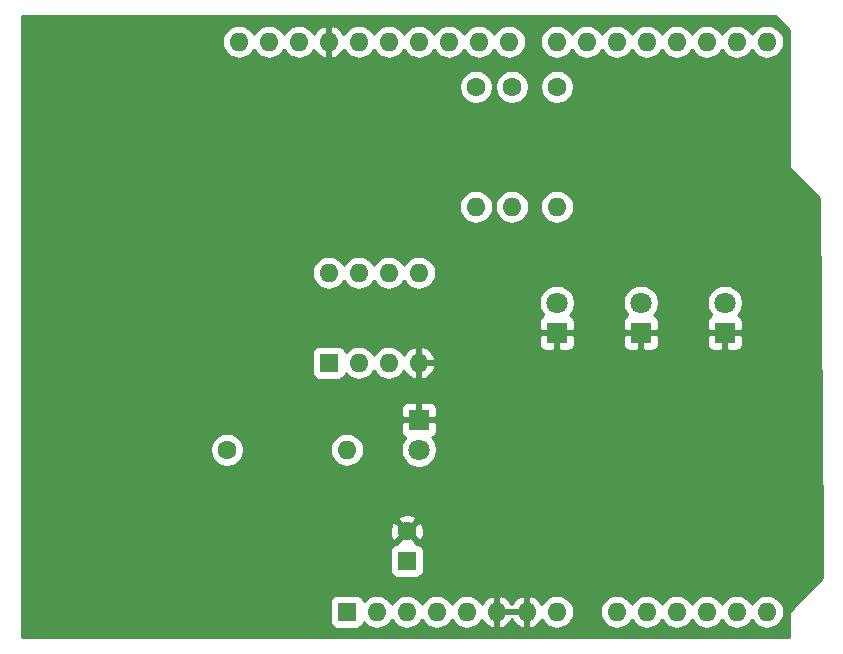
<source format=gbr>
G04 #@! TF.GenerationSoftware,KiCad,Pcbnew,5.1.4+dfsg1-1~bpo10+1*
G04 #@! TF.CreationDate,2021-01-22T14:12:43-08:00*
G04 #@! TF.ProjectId,ATtiny85UnoShield,41547469-6e79-4383-9555-6e6f53686965,rev?*
G04 #@! TF.SameCoordinates,Original*
G04 #@! TF.FileFunction,Copper,L2,Bot*
G04 #@! TF.FilePolarity,Positive*
%FSLAX46Y46*%
G04 Gerber Fmt 4.6, Leading zero omitted, Abs format (unit mm)*
G04 Created by KiCad (PCBNEW 5.1.4+dfsg1-1~bpo10+1) date 2021-01-22 14:12:43*
%MOMM*%
%LPD*%
G04 APERTURE LIST*
%ADD10O,1.600000X1.600000*%
%ADD11R,1.600000X1.600000*%
%ADD12C,1.600000*%
%ADD13C,1.800000*%
%ADD14R,1.800000X1.800000*%
%ADD15C,0.254000*%
G04 APERTURE END LIST*
D10*
X161798000Y-52578000D03*
X164338000Y-52578000D03*
X124718000Y-52578000D03*
X164338000Y-100838000D03*
X127258000Y-52578000D03*
X161798000Y-100838000D03*
X129798000Y-52578000D03*
X159258000Y-100838000D03*
X132338000Y-52578000D03*
X156718000Y-100838000D03*
X134878000Y-52578000D03*
X154178000Y-100838000D03*
X137418000Y-52578000D03*
X151638000Y-100838000D03*
X139958000Y-52578000D03*
X146558000Y-100838000D03*
X142498000Y-52578000D03*
X144018000Y-100838000D03*
X146558000Y-52578000D03*
X141478000Y-100838000D03*
X149098000Y-52578000D03*
X138938000Y-100838000D03*
X151638000Y-52578000D03*
X136398000Y-100838000D03*
X154178000Y-52578000D03*
X133858000Y-100838000D03*
X156718000Y-52578000D03*
X131318000Y-100838000D03*
X159258000Y-52578000D03*
D11*
X128778000Y-100838000D03*
D10*
X122178000Y-52578000D03*
X119638000Y-52578000D03*
D12*
X133858000Y-94020000D03*
D11*
X133858000Y-96520000D03*
D10*
X127254000Y-72136000D03*
X134874000Y-79756000D03*
X129794000Y-72136000D03*
X132334000Y-79756000D03*
X132334000Y-72136000D03*
X129794000Y-79756000D03*
X134874000Y-72136000D03*
D11*
X127254000Y-79756000D03*
D10*
X128778000Y-87122000D03*
D12*
X118618000Y-87122000D03*
D10*
X139700000Y-66548000D03*
D12*
X139700000Y-56388000D03*
D10*
X142748000Y-66548000D03*
D12*
X142748000Y-56388000D03*
D10*
X146558000Y-66548000D03*
D12*
X146558000Y-56388000D03*
D13*
X134874000Y-87122000D03*
D14*
X134874000Y-84582000D03*
D13*
X146558000Y-74676000D03*
D14*
X146558000Y-77216000D03*
D13*
X153670000Y-74676000D03*
D14*
X153670000Y-77216000D03*
D13*
X160782000Y-74676000D03*
D14*
X160782000Y-77216000D03*
D15*
G36*
X166243000Y-51614606D02*
G01*
X166243000Y-63246000D01*
X166245440Y-63270776D01*
X166252667Y-63294601D01*
X166264403Y-63316557D01*
X166280197Y-63335803D01*
X168783414Y-65839020D01*
X169012001Y-94869622D01*
X169012001Y-98016393D01*
X166280197Y-100748197D01*
X166264403Y-100767443D01*
X166252667Y-100789399D01*
X166245440Y-100813224D01*
X166243000Y-100838000D01*
X166243000Y-102972000D01*
X101244000Y-102972000D01*
X101244000Y-100038000D01*
X127339928Y-100038000D01*
X127339928Y-101638000D01*
X127352188Y-101762482D01*
X127388498Y-101882180D01*
X127447463Y-101992494D01*
X127526815Y-102089185D01*
X127623506Y-102168537D01*
X127733820Y-102227502D01*
X127853518Y-102263812D01*
X127978000Y-102276072D01*
X129578000Y-102276072D01*
X129702482Y-102263812D01*
X129822180Y-102227502D01*
X129932494Y-102168537D01*
X130029185Y-102089185D01*
X130108537Y-101992494D01*
X130167502Y-101882180D01*
X130203812Y-101762482D01*
X130205581Y-101744518D01*
X130298392Y-101857608D01*
X130516899Y-102036932D01*
X130766192Y-102170182D01*
X131036691Y-102252236D01*
X131247508Y-102273000D01*
X131388492Y-102273000D01*
X131599309Y-102252236D01*
X131869808Y-102170182D01*
X132119101Y-102036932D01*
X132337608Y-101857608D01*
X132516932Y-101639101D01*
X132588000Y-101506142D01*
X132659068Y-101639101D01*
X132838392Y-101857608D01*
X133056899Y-102036932D01*
X133306192Y-102170182D01*
X133576691Y-102252236D01*
X133787508Y-102273000D01*
X133928492Y-102273000D01*
X134139309Y-102252236D01*
X134409808Y-102170182D01*
X134659101Y-102036932D01*
X134877608Y-101857608D01*
X135056932Y-101639101D01*
X135128000Y-101506142D01*
X135199068Y-101639101D01*
X135378392Y-101857608D01*
X135596899Y-102036932D01*
X135846192Y-102170182D01*
X136116691Y-102252236D01*
X136327508Y-102273000D01*
X136468492Y-102273000D01*
X136679309Y-102252236D01*
X136949808Y-102170182D01*
X137199101Y-102036932D01*
X137417608Y-101857608D01*
X137596932Y-101639101D01*
X137668000Y-101506142D01*
X137739068Y-101639101D01*
X137918392Y-101857608D01*
X138136899Y-102036932D01*
X138386192Y-102170182D01*
X138656691Y-102252236D01*
X138867508Y-102273000D01*
X139008492Y-102273000D01*
X139219309Y-102252236D01*
X139489808Y-102170182D01*
X139739101Y-102036932D01*
X139957608Y-101857608D01*
X140136932Y-101639101D01*
X140210579Y-101501318D01*
X140325615Y-101693131D01*
X140514586Y-101901519D01*
X140740580Y-102069037D01*
X140994913Y-102189246D01*
X141128961Y-102229904D01*
X141351000Y-102107915D01*
X141351000Y-100965000D01*
X141605000Y-100965000D01*
X141605000Y-102107915D01*
X141827039Y-102229904D01*
X141961087Y-102189246D01*
X142215420Y-102069037D01*
X142441414Y-101901519D01*
X142630385Y-101693131D01*
X142748000Y-101497018D01*
X142865615Y-101693131D01*
X143054586Y-101901519D01*
X143280580Y-102069037D01*
X143534913Y-102189246D01*
X143668961Y-102229904D01*
X143891000Y-102107915D01*
X143891000Y-100965000D01*
X141605000Y-100965000D01*
X141351000Y-100965000D01*
X141331000Y-100965000D01*
X141331000Y-100711000D01*
X141351000Y-100711000D01*
X141351000Y-99568085D01*
X141605000Y-99568085D01*
X141605000Y-100711000D01*
X143891000Y-100711000D01*
X143891000Y-99568085D01*
X144145000Y-99568085D01*
X144145000Y-100711000D01*
X144165000Y-100711000D01*
X144165000Y-100965000D01*
X144145000Y-100965000D01*
X144145000Y-102107915D01*
X144367039Y-102229904D01*
X144501087Y-102189246D01*
X144755420Y-102069037D01*
X144981414Y-101901519D01*
X145170385Y-101693131D01*
X145285421Y-101501318D01*
X145359068Y-101639101D01*
X145538392Y-101857608D01*
X145756899Y-102036932D01*
X146006192Y-102170182D01*
X146276691Y-102252236D01*
X146487508Y-102273000D01*
X146628492Y-102273000D01*
X146839309Y-102252236D01*
X147109808Y-102170182D01*
X147359101Y-102036932D01*
X147577608Y-101857608D01*
X147756932Y-101639101D01*
X147890182Y-101389808D01*
X147972236Y-101119309D01*
X147999943Y-100838000D01*
X150196057Y-100838000D01*
X150223764Y-101119309D01*
X150305818Y-101389808D01*
X150439068Y-101639101D01*
X150618392Y-101857608D01*
X150836899Y-102036932D01*
X151086192Y-102170182D01*
X151356691Y-102252236D01*
X151567508Y-102273000D01*
X151708492Y-102273000D01*
X151919309Y-102252236D01*
X152189808Y-102170182D01*
X152439101Y-102036932D01*
X152657608Y-101857608D01*
X152836932Y-101639101D01*
X152908000Y-101506142D01*
X152979068Y-101639101D01*
X153158392Y-101857608D01*
X153376899Y-102036932D01*
X153626192Y-102170182D01*
X153896691Y-102252236D01*
X154107508Y-102273000D01*
X154248492Y-102273000D01*
X154459309Y-102252236D01*
X154729808Y-102170182D01*
X154979101Y-102036932D01*
X155197608Y-101857608D01*
X155376932Y-101639101D01*
X155448000Y-101506142D01*
X155519068Y-101639101D01*
X155698392Y-101857608D01*
X155916899Y-102036932D01*
X156166192Y-102170182D01*
X156436691Y-102252236D01*
X156647508Y-102273000D01*
X156788492Y-102273000D01*
X156999309Y-102252236D01*
X157269808Y-102170182D01*
X157519101Y-102036932D01*
X157737608Y-101857608D01*
X157916932Y-101639101D01*
X157988000Y-101506142D01*
X158059068Y-101639101D01*
X158238392Y-101857608D01*
X158456899Y-102036932D01*
X158706192Y-102170182D01*
X158976691Y-102252236D01*
X159187508Y-102273000D01*
X159328492Y-102273000D01*
X159539309Y-102252236D01*
X159809808Y-102170182D01*
X160059101Y-102036932D01*
X160277608Y-101857608D01*
X160456932Y-101639101D01*
X160528000Y-101506142D01*
X160599068Y-101639101D01*
X160778392Y-101857608D01*
X160996899Y-102036932D01*
X161246192Y-102170182D01*
X161516691Y-102252236D01*
X161727508Y-102273000D01*
X161868492Y-102273000D01*
X162079309Y-102252236D01*
X162349808Y-102170182D01*
X162599101Y-102036932D01*
X162817608Y-101857608D01*
X162996932Y-101639101D01*
X163068000Y-101506142D01*
X163139068Y-101639101D01*
X163318392Y-101857608D01*
X163536899Y-102036932D01*
X163786192Y-102170182D01*
X164056691Y-102252236D01*
X164267508Y-102273000D01*
X164408492Y-102273000D01*
X164619309Y-102252236D01*
X164889808Y-102170182D01*
X165139101Y-102036932D01*
X165357608Y-101857608D01*
X165536932Y-101639101D01*
X165670182Y-101389808D01*
X165752236Y-101119309D01*
X165779943Y-100838000D01*
X165752236Y-100556691D01*
X165670182Y-100286192D01*
X165536932Y-100036899D01*
X165357608Y-99818392D01*
X165139101Y-99639068D01*
X164889808Y-99505818D01*
X164619309Y-99423764D01*
X164408492Y-99403000D01*
X164267508Y-99403000D01*
X164056691Y-99423764D01*
X163786192Y-99505818D01*
X163536899Y-99639068D01*
X163318392Y-99818392D01*
X163139068Y-100036899D01*
X163068000Y-100169858D01*
X162996932Y-100036899D01*
X162817608Y-99818392D01*
X162599101Y-99639068D01*
X162349808Y-99505818D01*
X162079309Y-99423764D01*
X161868492Y-99403000D01*
X161727508Y-99403000D01*
X161516691Y-99423764D01*
X161246192Y-99505818D01*
X160996899Y-99639068D01*
X160778392Y-99818392D01*
X160599068Y-100036899D01*
X160528000Y-100169858D01*
X160456932Y-100036899D01*
X160277608Y-99818392D01*
X160059101Y-99639068D01*
X159809808Y-99505818D01*
X159539309Y-99423764D01*
X159328492Y-99403000D01*
X159187508Y-99403000D01*
X158976691Y-99423764D01*
X158706192Y-99505818D01*
X158456899Y-99639068D01*
X158238392Y-99818392D01*
X158059068Y-100036899D01*
X157988000Y-100169858D01*
X157916932Y-100036899D01*
X157737608Y-99818392D01*
X157519101Y-99639068D01*
X157269808Y-99505818D01*
X156999309Y-99423764D01*
X156788492Y-99403000D01*
X156647508Y-99403000D01*
X156436691Y-99423764D01*
X156166192Y-99505818D01*
X155916899Y-99639068D01*
X155698392Y-99818392D01*
X155519068Y-100036899D01*
X155448000Y-100169858D01*
X155376932Y-100036899D01*
X155197608Y-99818392D01*
X154979101Y-99639068D01*
X154729808Y-99505818D01*
X154459309Y-99423764D01*
X154248492Y-99403000D01*
X154107508Y-99403000D01*
X153896691Y-99423764D01*
X153626192Y-99505818D01*
X153376899Y-99639068D01*
X153158392Y-99818392D01*
X152979068Y-100036899D01*
X152908000Y-100169858D01*
X152836932Y-100036899D01*
X152657608Y-99818392D01*
X152439101Y-99639068D01*
X152189808Y-99505818D01*
X151919309Y-99423764D01*
X151708492Y-99403000D01*
X151567508Y-99403000D01*
X151356691Y-99423764D01*
X151086192Y-99505818D01*
X150836899Y-99639068D01*
X150618392Y-99818392D01*
X150439068Y-100036899D01*
X150305818Y-100286192D01*
X150223764Y-100556691D01*
X150196057Y-100838000D01*
X147999943Y-100838000D01*
X147972236Y-100556691D01*
X147890182Y-100286192D01*
X147756932Y-100036899D01*
X147577608Y-99818392D01*
X147359101Y-99639068D01*
X147109808Y-99505818D01*
X146839309Y-99423764D01*
X146628492Y-99403000D01*
X146487508Y-99403000D01*
X146276691Y-99423764D01*
X146006192Y-99505818D01*
X145756899Y-99639068D01*
X145538392Y-99818392D01*
X145359068Y-100036899D01*
X145285421Y-100174682D01*
X145170385Y-99982869D01*
X144981414Y-99774481D01*
X144755420Y-99606963D01*
X144501087Y-99486754D01*
X144367039Y-99446096D01*
X144145000Y-99568085D01*
X143891000Y-99568085D01*
X143668961Y-99446096D01*
X143534913Y-99486754D01*
X143280580Y-99606963D01*
X143054586Y-99774481D01*
X142865615Y-99982869D01*
X142748000Y-100178982D01*
X142630385Y-99982869D01*
X142441414Y-99774481D01*
X142215420Y-99606963D01*
X141961087Y-99486754D01*
X141827039Y-99446096D01*
X141605000Y-99568085D01*
X141351000Y-99568085D01*
X141128961Y-99446096D01*
X140994913Y-99486754D01*
X140740580Y-99606963D01*
X140514586Y-99774481D01*
X140325615Y-99982869D01*
X140210579Y-100174682D01*
X140136932Y-100036899D01*
X139957608Y-99818392D01*
X139739101Y-99639068D01*
X139489808Y-99505818D01*
X139219309Y-99423764D01*
X139008492Y-99403000D01*
X138867508Y-99403000D01*
X138656691Y-99423764D01*
X138386192Y-99505818D01*
X138136899Y-99639068D01*
X137918392Y-99818392D01*
X137739068Y-100036899D01*
X137668000Y-100169858D01*
X137596932Y-100036899D01*
X137417608Y-99818392D01*
X137199101Y-99639068D01*
X136949808Y-99505818D01*
X136679309Y-99423764D01*
X136468492Y-99403000D01*
X136327508Y-99403000D01*
X136116691Y-99423764D01*
X135846192Y-99505818D01*
X135596899Y-99639068D01*
X135378392Y-99818392D01*
X135199068Y-100036899D01*
X135128000Y-100169858D01*
X135056932Y-100036899D01*
X134877608Y-99818392D01*
X134659101Y-99639068D01*
X134409808Y-99505818D01*
X134139309Y-99423764D01*
X133928492Y-99403000D01*
X133787508Y-99403000D01*
X133576691Y-99423764D01*
X133306192Y-99505818D01*
X133056899Y-99639068D01*
X132838392Y-99818392D01*
X132659068Y-100036899D01*
X132588000Y-100169858D01*
X132516932Y-100036899D01*
X132337608Y-99818392D01*
X132119101Y-99639068D01*
X131869808Y-99505818D01*
X131599309Y-99423764D01*
X131388492Y-99403000D01*
X131247508Y-99403000D01*
X131036691Y-99423764D01*
X130766192Y-99505818D01*
X130516899Y-99639068D01*
X130298392Y-99818392D01*
X130205581Y-99931482D01*
X130203812Y-99913518D01*
X130167502Y-99793820D01*
X130108537Y-99683506D01*
X130029185Y-99586815D01*
X129932494Y-99507463D01*
X129822180Y-99448498D01*
X129702482Y-99412188D01*
X129578000Y-99399928D01*
X127978000Y-99399928D01*
X127853518Y-99412188D01*
X127733820Y-99448498D01*
X127623506Y-99507463D01*
X127526815Y-99586815D01*
X127447463Y-99683506D01*
X127388498Y-99793820D01*
X127352188Y-99913518D01*
X127339928Y-100038000D01*
X101244000Y-100038000D01*
X101244000Y-95720000D01*
X132419928Y-95720000D01*
X132419928Y-97320000D01*
X132432188Y-97444482D01*
X132468498Y-97564180D01*
X132527463Y-97674494D01*
X132606815Y-97771185D01*
X132703506Y-97850537D01*
X132813820Y-97909502D01*
X132933518Y-97945812D01*
X133058000Y-97958072D01*
X134658000Y-97958072D01*
X134782482Y-97945812D01*
X134902180Y-97909502D01*
X135012494Y-97850537D01*
X135109185Y-97771185D01*
X135188537Y-97674494D01*
X135247502Y-97564180D01*
X135283812Y-97444482D01*
X135296072Y-97320000D01*
X135296072Y-95720000D01*
X135283812Y-95595518D01*
X135247502Y-95475820D01*
X135188537Y-95365506D01*
X135109185Y-95268815D01*
X135012494Y-95189463D01*
X134902180Y-95130498D01*
X134782482Y-95094188D01*
X134658000Y-95081928D01*
X134650785Y-95081928D01*
X134671097Y-95012702D01*
X133858000Y-94199605D01*
X133044903Y-95012702D01*
X133065215Y-95081928D01*
X133058000Y-95081928D01*
X132933518Y-95094188D01*
X132813820Y-95130498D01*
X132703506Y-95189463D01*
X132606815Y-95268815D01*
X132527463Y-95365506D01*
X132468498Y-95475820D01*
X132432188Y-95595518D01*
X132419928Y-95720000D01*
X101244000Y-95720000D01*
X101244000Y-94090512D01*
X132417783Y-94090512D01*
X132459213Y-94370130D01*
X132554397Y-94636292D01*
X132621329Y-94761514D01*
X132865298Y-94833097D01*
X133678395Y-94020000D01*
X134037605Y-94020000D01*
X134850702Y-94833097D01*
X135094671Y-94761514D01*
X135215571Y-94506004D01*
X135284300Y-94231816D01*
X135298217Y-93949488D01*
X135256787Y-93669870D01*
X135161603Y-93403708D01*
X135094671Y-93278486D01*
X134850702Y-93206903D01*
X134037605Y-94020000D01*
X133678395Y-94020000D01*
X132865298Y-93206903D01*
X132621329Y-93278486D01*
X132500429Y-93533996D01*
X132431700Y-93808184D01*
X132417783Y-94090512D01*
X101244000Y-94090512D01*
X101244000Y-93027298D01*
X133044903Y-93027298D01*
X133858000Y-93840395D01*
X134671097Y-93027298D01*
X134599514Y-92783329D01*
X134344004Y-92662429D01*
X134069816Y-92593700D01*
X133787488Y-92579783D01*
X133507870Y-92621213D01*
X133241708Y-92716397D01*
X133116486Y-92783329D01*
X133044903Y-93027298D01*
X101244000Y-93027298D01*
X101244000Y-86980665D01*
X117183000Y-86980665D01*
X117183000Y-87263335D01*
X117238147Y-87540574D01*
X117346320Y-87801727D01*
X117503363Y-88036759D01*
X117703241Y-88236637D01*
X117938273Y-88393680D01*
X118199426Y-88501853D01*
X118476665Y-88557000D01*
X118759335Y-88557000D01*
X119036574Y-88501853D01*
X119297727Y-88393680D01*
X119532759Y-88236637D01*
X119732637Y-88036759D01*
X119889680Y-87801727D01*
X119997853Y-87540574D01*
X120053000Y-87263335D01*
X120053000Y-87122000D01*
X127336057Y-87122000D01*
X127363764Y-87403309D01*
X127445818Y-87673808D01*
X127579068Y-87923101D01*
X127758392Y-88141608D01*
X127976899Y-88320932D01*
X128226192Y-88454182D01*
X128496691Y-88536236D01*
X128707508Y-88557000D01*
X128848492Y-88557000D01*
X129059309Y-88536236D01*
X129329808Y-88454182D01*
X129579101Y-88320932D01*
X129797608Y-88141608D01*
X129976932Y-87923101D01*
X130110182Y-87673808D01*
X130192236Y-87403309D01*
X130219943Y-87122000D01*
X130192236Y-86840691D01*
X130110182Y-86570192D01*
X129976932Y-86320899D01*
X129797608Y-86102392D01*
X129579101Y-85923068D01*
X129329808Y-85789818D01*
X129059309Y-85707764D01*
X128848492Y-85687000D01*
X128707508Y-85687000D01*
X128496691Y-85707764D01*
X128226192Y-85789818D01*
X127976899Y-85923068D01*
X127758392Y-86102392D01*
X127579068Y-86320899D01*
X127445818Y-86570192D01*
X127363764Y-86840691D01*
X127336057Y-87122000D01*
X120053000Y-87122000D01*
X120053000Y-86980665D01*
X119997853Y-86703426D01*
X119889680Y-86442273D01*
X119732637Y-86207241D01*
X119532759Y-86007363D01*
X119297727Y-85850320D01*
X119036574Y-85742147D01*
X118759335Y-85687000D01*
X118476665Y-85687000D01*
X118199426Y-85742147D01*
X117938273Y-85850320D01*
X117703241Y-86007363D01*
X117503363Y-86207241D01*
X117346320Y-86442273D01*
X117238147Y-86703426D01*
X117183000Y-86980665D01*
X101244000Y-86980665D01*
X101244000Y-85482000D01*
X133335928Y-85482000D01*
X133348188Y-85606482D01*
X133384498Y-85726180D01*
X133443463Y-85836494D01*
X133522815Y-85933185D01*
X133619506Y-86012537D01*
X133729820Y-86071502D01*
X133748127Y-86077056D01*
X133681688Y-86143495D01*
X133513701Y-86394905D01*
X133397989Y-86674257D01*
X133339000Y-86970816D01*
X133339000Y-87273184D01*
X133397989Y-87569743D01*
X133513701Y-87849095D01*
X133681688Y-88100505D01*
X133895495Y-88314312D01*
X134146905Y-88482299D01*
X134426257Y-88598011D01*
X134722816Y-88657000D01*
X135025184Y-88657000D01*
X135321743Y-88598011D01*
X135601095Y-88482299D01*
X135852505Y-88314312D01*
X136066312Y-88100505D01*
X136234299Y-87849095D01*
X136350011Y-87569743D01*
X136409000Y-87273184D01*
X136409000Y-86970816D01*
X136350011Y-86674257D01*
X136234299Y-86394905D01*
X136066312Y-86143495D01*
X135999873Y-86077056D01*
X136018180Y-86071502D01*
X136128494Y-86012537D01*
X136225185Y-85933185D01*
X136304537Y-85836494D01*
X136363502Y-85726180D01*
X136399812Y-85606482D01*
X136412072Y-85482000D01*
X136409000Y-84867750D01*
X136250250Y-84709000D01*
X135001000Y-84709000D01*
X135001000Y-84729000D01*
X134747000Y-84729000D01*
X134747000Y-84709000D01*
X133497750Y-84709000D01*
X133339000Y-84867750D01*
X133335928Y-85482000D01*
X101244000Y-85482000D01*
X101244000Y-83682000D01*
X133335928Y-83682000D01*
X133339000Y-84296250D01*
X133497750Y-84455000D01*
X134747000Y-84455000D01*
X134747000Y-83205750D01*
X135001000Y-83205750D01*
X135001000Y-84455000D01*
X136250250Y-84455000D01*
X136409000Y-84296250D01*
X136412072Y-83682000D01*
X136399812Y-83557518D01*
X136363502Y-83437820D01*
X136304537Y-83327506D01*
X136225185Y-83230815D01*
X136128494Y-83151463D01*
X136018180Y-83092498D01*
X135898482Y-83056188D01*
X135774000Y-83043928D01*
X135159750Y-83047000D01*
X135001000Y-83205750D01*
X134747000Y-83205750D01*
X134588250Y-83047000D01*
X133974000Y-83043928D01*
X133849518Y-83056188D01*
X133729820Y-83092498D01*
X133619506Y-83151463D01*
X133522815Y-83230815D01*
X133443463Y-83327506D01*
X133384498Y-83437820D01*
X133348188Y-83557518D01*
X133335928Y-83682000D01*
X101244000Y-83682000D01*
X101244000Y-78956000D01*
X125815928Y-78956000D01*
X125815928Y-80556000D01*
X125828188Y-80680482D01*
X125864498Y-80800180D01*
X125923463Y-80910494D01*
X126002815Y-81007185D01*
X126099506Y-81086537D01*
X126209820Y-81145502D01*
X126329518Y-81181812D01*
X126454000Y-81194072D01*
X128054000Y-81194072D01*
X128178482Y-81181812D01*
X128298180Y-81145502D01*
X128408494Y-81086537D01*
X128505185Y-81007185D01*
X128584537Y-80910494D01*
X128643502Y-80800180D01*
X128679812Y-80680482D01*
X128681581Y-80662518D01*
X128774392Y-80775608D01*
X128992899Y-80954932D01*
X129242192Y-81088182D01*
X129512691Y-81170236D01*
X129723508Y-81191000D01*
X129864492Y-81191000D01*
X130075309Y-81170236D01*
X130345808Y-81088182D01*
X130595101Y-80954932D01*
X130813608Y-80775608D01*
X130992932Y-80557101D01*
X131064000Y-80424142D01*
X131135068Y-80557101D01*
X131314392Y-80775608D01*
X131532899Y-80954932D01*
X131782192Y-81088182D01*
X132052691Y-81170236D01*
X132263508Y-81191000D01*
X132404492Y-81191000D01*
X132615309Y-81170236D01*
X132885808Y-81088182D01*
X133135101Y-80954932D01*
X133353608Y-80775608D01*
X133532932Y-80557101D01*
X133606579Y-80419318D01*
X133721615Y-80611131D01*
X133910586Y-80819519D01*
X134136580Y-80987037D01*
X134390913Y-81107246D01*
X134524961Y-81147904D01*
X134747000Y-81025915D01*
X134747000Y-79883000D01*
X135001000Y-79883000D01*
X135001000Y-81025915D01*
X135223039Y-81147904D01*
X135357087Y-81107246D01*
X135611420Y-80987037D01*
X135837414Y-80819519D01*
X136026385Y-80611131D01*
X136171070Y-80369881D01*
X136265909Y-80105040D01*
X136144624Y-79883000D01*
X135001000Y-79883000D01*
X134747000Y-79883000D01*
X134727000Y-79883000D01*
X134727000Y-79629000D01*
X134747000Y-79629000D01*
X134747000Y-78486085D01*
X135001000Y-78486085D01*
X135001000Y-79629000D01*
X136144624Y-79629000D01*
X136265909Y-79406960D01*
X136171070Y-79142119D01*
X136026385Y-78900869D01*
X135837414Y-78692481D01*
X135611420Y-78524963D01*
X135357087Y-78404754D01*
X135223039Y-78364096D01*
X135001000Y-78486085D01*
X134747000Y-78486085D01*
X134524961Y-78364096D01*
X134390913Y-78404754D01*
X134136580Y-78524963D01*
X133910586Y-78692481D01*
X133721615Y-78900869D01*
X133606579Y-79092682D01*
X133532932Y-78954899D01*
X133353608Y-78736392D01*
X133135101Y-78557068D01*
X132885808Y-78423818D01*
X132615309Y-78341764D01*
X132404492Y-78321000D01*
X132263508Y-78321000D01*
X132052691Y-78341764D01*
X131782192Y-78423818D01*
X131532899Y-78557068D01*
X131314392Y-78736392D01*
X131135068Y-78954899D01*
X131064000Y-79087858D01*
X130992932Y-78954899D01*
X130813608Y-78736392D01*
X130595101Y-78557068D01*
X130345808Y-78423818D01*
X130075309Y-78341764D01*
X129864492Y-78321000D01*
X129723508Y-78321000D01*
X129512691Y-78341764D01*
X129242192Y-78423818D01*
X128992899Y-78557068D01*
X128774392Y-78736392D01*
X128681581Y-78849482D01*
X128679812Y-78831518D01*
X128643502Y-78711820D01*
X128584537Y-78601506D01*
X128505185Y-78504815D01*
X128408494Y-78425463D01*
X128298180Y-78366498D01*
X128178482Y-78330188D01*
X128054000Y-78317928D01*
X126454000Y-78317928D01*
X126329518Y-78330188D01*
X126209820Y-78366498D01*
X126099506Y-78425463D01*
X126002815Y-78504815D01*
X125923463Y-78601506D01*
X125864498Y-78711820D01*
X125828188Y-78831518D01*
X125815928Y-78956000D01*
X101244000Y-78956000D01*
X101244000Y-78116000D01*
X145019928Y-78116000D01*
X145032188Y-78240482D01*
X145068498Y-78360180D01*
X145127463Y-78470494D01*
X145206815Y-78567185D01*
X145303506Y-78646537D01*
X145413820Y-78705502D01*
X145533518Y-78741812D01*
X145658000Y-78754072D01*
X146272250Y-78751000D01*
X146431000Y-78592250D01*
X146431000Y-77343000D01*
X146685000Y-77343000D01*
X146685000Y-78592250D01*
X146843750Y-78751000D01*
X147458000Y-78754072D01*
X147582482Y-78741812D01*
X147702180Y-78705502D01*
X147812494Y-78646537D01*
X147909185Y-78567185D01*
X147988537Y-78470494D01*
X148047502Y-78360180D01*
X148083812Y-78240482D01*
X148096072Y-78116000D01*
X152131928Y-78116000D01*
X152144188Y-78240482D01*
X152180498Y-78360180D01*
X152239463Y-78470494D01*
X152318815Y-78567185D01*
X152415506Y-78646537D01*
X152525820Y-78705502D01*
X152645518Y-78741812D01*
X152770000Y-78754072D01*
X153384250Y-78751000D01*
X153543000Y-78592250D01*
X153543000Y-77343000D01*
X153797000Y-77343000D01*
X153797000Y-78592250D01*
X153955750Y-78751000D01*
X154570000Y-78754072D01*
X154694482Y-78741812D01*
X154814180Y-78705502D01*
X154924494Y-78646537D01*
X155021185Y-78567185D01*
X155100537Y-78470494D01*
X155159502Y-78360180D01*
X155195812Y-78240482D01*
X155208072Y-78116000D01*
X159243928Y-78116000D01*
X159256188Y-78240482D01*
X159292498Y-78360180D01*
X159351463Y-78470494D01*
X159430815Y-78567185D01*
X159527506Y-78646537D01*
X159637820Y-78705502D01*
X159757518Y-78741812D01*
X159882000Y-78754072D01*
X160496250Y-78751000D01*
X160655000Y-78592250D01*
X160655000Y-77343000D01*
X160909000Y-77343000D01*
X160909000Y-78592250D01*
X161067750Y-78751000D01*
X161682000Y-78754072D01*
X161806482Y-78741812D01*
X161926180Y-78705502D01*
X162036494Y-78646537D01*
X162133185Y-78567185D01*
X162212537Y-78470494D01*
X162271502Y-78360180D01*
X162307812Y-78240482D01*
X162320072Y-78116000D01*
X162317000Y-77501750D01*
X162158250Y-77343000D01*
X160909000Y-77343000D01*
X160655000Y-77343000D01*
X159405750Y-77343000D01*
X159247000Y-77501750D01*
X159243928Y-78116000D01*
X155208072Y-78116000D01*
X155205000Y-77501750D01*
X155046250Y-77343000D01*
X153797000Y-77343000D01*
X153543000Y-77343000D01*
X152293750Y-77343000D01*
X152135000Y-77501750D01*
X152131928Y-78116000D01*
X148096072Y-78116000D01*
X148093000Y-77501750D01*
X147934250Y-77343000D01*
X146685000Y-77343000D01*
X146431000Y-77343000D01*
X145181750Y-77343000D01*
X145023000Y-77501750D01*
X145019928Y-78116000D01*
X101244000Y-78116000D01*
X101244000Y-76316000D01*
X145019928Y-76316000D01*
X145023000Y-76930250D01*
X145181750Y-77089000D01*
X146431000Y-77089000D01*
X146431000Y-77069000D01*
X146685000Y-77069000D01*
X146685000Y-77089000D01*
X147934250Y-77089000D01*
X148093000Y-76930250D01*
X148096072Y-76316000D01*
X152131928Y-76316000D01*
X152135000Y-76930250D01*
X152293750Y-77089000D01*
X153543000Y-77089000D01*
X153543000Y-77069000D01*
X153797000Y-77069000D01*
X153797000Y-77089000D01*
X155046250Y-77089000D01*
X155205000Y-76930250D01*
X155208072Y-76316000D01*
X159243928Y-76316000D01*
X159247000Y-76930250D01*
X159405750Y-77089000D01*
X160655000Y-77089000D01*
X160655000Y-77069000D01*
X160909000Y-77069000D01*
X160909000Y-77089000D01*
X162158250Y-77089000D01*
X162317000Y-76930250D01*
X162320072Y-76316000D01*
X162307812Y-76191518D01*
X162271502Y-76071820D01*
X162212537Y-75961506D01*
X162133185Y-75864815D01*
X162036494Y-75785463D01*
X161926180Y-75726498D01*
X161907873Y-75720944D01*
X161974312Y-75654505D01*
X162142299Y-75403095D01*
X162258011Y-75123743D01*
X162317000Y-74827184D01*
X162317000Y-74524816D01*
X162258011Y-74228257D01*
X162142299Y-73948905D01*
X161974312Y-73697495D01*
X161760505Y-73483688D01*
X161509095Y-73315701D01*
X161229743Y-73199989D01*
X160933184Y-73141000D01*
X160630816Y-73141000D01*
X160334257Y-73199989D01*
X160054905Y-73315701D01*
X159803495Y-73483688D01*
X159589688Y-73697495D01*
X159421701Y-73948905D01*
X159305989Y-74228257D01*
X159247000Y-74524816D01*
X159247000Y-74827184D01*
X159305989Y-75123743D01*
X159421701Y-75403095D01*
X159589688Y-75654505D01*
X159656127Y-75720944D01*
X159637820Y-75726498D01*
X159527506Y-75785463D01*
X159430815Y-75864815D01*
X159351463Y-75961506D01*
X159292498Y-76071820D01*
X159256188Y-76191518D01*
X159243928Y-76316000D01*
X155208072Y-76316000D01*
X155195812Y-76191518D01*
X155159502Y-76071820D01*
X155100537Y-75961506D01*
X155021185Y-75864815D01*
X154924494Y-75785463D01*
X154814180Y-75726498D01*
X154795873Y-75720944D01*
X154862312Y-75654505D01*
X155030299Y-75403095D01*
X155146011Y-75123743D01*
X155205000Y-74827184D01*
X155205000Y-74524816D01*
X155146011Y-74228257D01*
X155030299Y-73948905D01*
X154862312Y-73697495D01*
X154648505Y-73483688D01*
X154397095Y-73315701D01*
X154117743Y-73199989D01*
X153821184Y-73141000D01*
X153518816Y-73141000D01*
X153222257Y-73199989D01*
X152942905Y-73315701D01*
X152691495Y-73483688D01*
X152477688Y-73697495D01*
X152309701Y-73948905D01*
X152193989Y-74228257D01*
X152135000Y-74524816D01*
X152135000Y-74827184D01*
X152193989Y-75123743D01*
X152309701Y-75403095D01*
X152477688Y-75654505D01*
X152544127Y-75720944D01*
X152525820Y-75726498D01*
X152415506Y-75785463D01*
X152318815Y-75864815D01*
X152239463Y-75961506D01*
X152180498Y-76071820D01*
X152144188Y-76191518D01*
X152131928Y-76316000D01*
X148096072Y-76316000D01*
X148083812Y-76191518D01*
X148047502Y-76071820D01*
X147988537Y-75961506D01*
X147909185Y-75864815D01*
X147812494Y-75785463D01*
X147702180Y-75726498D01*
X147683873Y-75720944D01*
X147750312Y-75654505D01*
X147918299Y-75403095D01*
X148034011Y-75123743D01*
X148093000Y-74827184D01*
X148093000Y-74524816D01*
X148034011Y-74228257D01*
X147918299Y-73948905D01*
X147750312Y-73697495D01*
X147536505Y-73483688D01*
X147285095Y-73315701D01*
X147005743Y-73199989D01*
X146709184Y-73141000D01*
X146406816Y-73141000D01*
X146110257Y-73199989D01*
X145830905Y-73315701D01*
X145579495Y-73483688D01*
X145365688Y-73697495D01*
X145197701Y-73948905D01*
X145081989Y-74228257D01*
X145023000Y-74524816D01*
X145023000Y-74827184D01*
X145081989Y-75123743D01*
X145197701Y-75403095D01*
X145365688Y-75654505D01*
X145432127Y-75720944D01*
X145413820Y-75726498D01*
X145303506Y-75785463D01*
X145206815Y-75864815D01*
X145127463Y-75961506D01*
X145068498Y-76071820D01*
X145032188Y-76191518D01*
X145019928Y-76316000D01*
X101244000Y-76316000D01*
X101244000Y-72136000D01*
X125812057Y-72136000D01*
X125839764Y-72417309D01*
X125921818Y-72687808D01*
X126055068Y-72937101D01*
X126234392Y-73155608D01*
X126452899Y-73334932D01*
X126702192Y-73468182D01*
X126972691Y-73550236D01*
X127183508Y-73571000D01*
X127324492Y-73571000D01*
X127535309Y-73550236D01*
X127805808Y-73468182D01*
X128055101Y-73334932D01*
X128273608Y-73155608D01*
X128452932Y-72937101D01*
X128524000Y-72804142D01*
X128595068Y-72937101D01*
X128774392Y-73155608D01*
X128992899Y-73334932D01*
X129242192Y-73468182D01*
X129512691Y-73550236D01*
X129723508Y-73571000D01*
X129864492Y-73571000D01*
X130075309Y-73550236D01*
X130345808Y-73468182D01*
X130595101Y-73334932D01*
X130813608Y-73155608D01*
X130992932Y-72937101D01*
X131064000Y-72804142D01*
X131135068Y-72937101D01*
X131314392Y-73155608D01*
X131532899Y-73334932D01*
X131782192Y-73468182D01*
X132052691Y-73550236D01*
X132263508Y-73571000D01*
X132404492Y-73571000D01*
X132615309Y-73550236D01*
X132885808Y-73468182D01*
X133135101Y-73334932D01*
X133353608Y-73155608D01*
X133532932Y-72937101D01*
X133604000Y-72804142D01*
X133675068Y-72937101D01*
X133854392Y-73155608D01*
X134072899Y-73334932D01*
X134322192Y-73468182D01*
X134592691Y-73550236D01*
X134803508Y-73571000D01*
X134944492Y-73571000D01*
X135155309Y-73550236D01*
X135425808Y-73468182D01*
X135675101Y-73334932D01*
X135893608Y-73155608D01*
X136072932Y-72937101D01*
X136206182Y-72687808D01*
X136288236Y-72417309D01*
X136315943Y-72136000D01*
X136288236Y-71854691D01*
X136206182Y-71584192D01*
X136072932Y-71334899D01*
X135893608Y-71116392D01*
X135675101Y-70937068D01*
X135425808Y-70803818D01*
X135155309Y-70721764D01*
X134944492Y-70701000D01*
X134803508Y-70701000D01*
X134592691Y-70721764D01*
X134322192Y-70803818D01*
X134072899Y-70937068D01*
X133854392Y-71116392D01*
X133675068Y-71334899D01*
X133604000Y-71467858D01*
X133532932Y-71334899D01*
X133353608Y-71116392D01*
X133135101Y-70937068D01*
X132885808Y-70803818D01*
X132615309Y-70721764D01*
X132404492Y-70701000D01*
X132263508Y-70701000D01*
X132052691Y-70721764D01*
X131782192Y-70803818D01*
X131532899Y-70937068D01*
X131314392Y-71116392D01*
X131135068Y-71334899D01*
X131064000Y-71467858D01*
X130992932Y-71334899D01*
X130813608Y-71116392D01*
X130595101Y-70937068D01*
X130345808Y-70803818D01*
X130075309Y-70721764D01*
X129864492Y-70701000D01*
X129723508Y-70701000D01*
X129512691Y-70721764D01*
X129242192Y-70803818D01*
X128992899Y-70937068D01*
X128774392Y-71116392D01*
X128595068Y-71334899D01*
X128524000Y-71467858D01*
X128452932Y-71334899D01*
X128273608Y-71116392D01*
X128055101Y-70937068D01*
X127805808Y-70803818D01*
X127535309Y-70721764D01*
X127324492Y-70701000D01*
X127183508Y-70701000D01*
X126972691Y-70721764D01*
X126702192Y-70803818D01*
X126452899Y-70937068D01*
X126234392Y-71116392D01*
X126055068Y-71334899D01*
X125921818Y-71584192D01*
X125839764Y-71854691D01*
X125812057Y-72136000D01*
X101244000Y-72136000D01*
X101244000Y-66548000D01*
X138258057Y-66548000D01*
X138285764Y-66829309D01*
X138367818Y-67099808D01*
X138501068Y-67349101D01*
X138680392Y-67567608D01*
X138898899Y-67746932D01*
X139148192Y-67880182D01*
X139418691Y-67962236D01*
X139629508Y-67983000D01*
X139770492Y-67983000D01*
X139981309Y-67962236D01*
X140251808Y-67880182D01*
X140501101Y-67746932D01*
X140719608Y-67567608D01*
X140898932Y-67349101D01*
X141032182Y-67099808D01*
X141114236Y-66829309D01*
X141141943Y-66548000D01*
X141306057Y-66548000D01*
X141333764Y-66829309D01*
X141415818Y-67099808D01*
X141549068Y-67349101D01*
X141728392Y-67567608D01*
X141946899Y-67746932D01*
X142196192Y-67880182D01*
X142466691Y-67962236D01*
X142677508Y-67983000D01*
X142818492Y-67983000D01*
X143029309Y-67962236D01*
X143299808Y-67880182D01*
X143549101Y-67746932D01*
X143767608Y-67567608D01*
X143946932Y-67349101D01*
X144080182Y-67099808D01*
X144162236Y-66829309D01*
X144189943Y-66548000D01*
X145116057Y-66548000D01*
X145143764Y-66829309D01*
X145225818Y-67099808D01*
X145359068Y-67349101D01*
X145538392Y-67567608D01*
X145756899Y-67746932D01*
X146006192Y-67880182D01*
X146276691Y-67962236D01*
X146487508Y-67983000D01*
X146628492Y-67983000D01*
X146839309Y-67962236D01*
X147109808Y-67880182D01*
X147359101Y-67746932D01*
X147577608Y-67567608D01*
X147756932Y-67349101D01*
X147890182Y-67099808D01*
X147972236Y-66829309D01*
X147999943Y-66548000D01*
X147972236Y-66266691D01*
X147890182Y-65996192D01*
X147756932Y-65746899D01*
X147577608Y-65528392D01*
X147359101Y-65349068D01*
X147109808Y-65215818D01*
X146839309Y-65133764D01*
X146628492Y-65113000D01*
X146487508Y-65113000D01*
X146276691Y-65133764D01*
X146006192Y-65215818D01*
X145756899Y-65349068D01*
X145538392Y-65528392D01*
X145359068Y-65746899D01*
X145225818Y-65996192D01*
X145143764Y-66266691D01*
X145116057Y-66548000D01*
X144189943Y-66548000D01*
X144162236Y-66266691D01*
X144080182Y-65996192D01*
X143946932Y-65746899D01*
X143767608Y-65528392D01*
X143549101Y-65349068D01*
X143299808Y-65215818D01*
X143029309Y-65133764D01*
X142818492Y-65113000D01*
X142677508Y-65113000D01*
X142466691Y-65133764D01*
X142196192Y-65215818D01*
X141946899Y-65349068D01*
X141728392Y-65528392D01*
X141549068Y-65746899D01*
X141415818Y-65996192D01*
X141333764Y-66266691D01*
X141306057Y-66548000D01*
X141141943Y-66548000D01*
X141114236Y-66266691D01*
X141032182Y-65996192D01*
X140898932Y-65746899D01*
X140719608Y-65528392D01*
X140501101Y-65349068D01*
X140251808Y-65215818D01*
X139981309Y-65133764D01*
X139770492Y-65113000D01*
X139629508Y-65113000D01*
X139418691Y-65133764D01*
X139148192Y-65215818D01*
X138898899Y-65349068D01*
X138680392Y-65528392D01*
X138501068Y-65746899D01*
X138367818Y-65996192D01*
X138285764Y-66266691D01*
X138258057Y-66548000D01*
X101244000Y-66548000D01*
X101244000Y-56246665D01*
X138265000Y-56246665D01*
X138265000Y-56529335D01*
X138320147Y-56806574D01*
X138428320Y-57067727D01*
X138585363Y-57302759D01*
X138785241Y-57502637D01*
X139020273Y-57659680D01*
X139281426Y-57767853D01*
X139558665Y-57823000D01*
X139841335Y-57823000D01*
X140118574Y-57767853D01*
X140379727Y-57659680D01*
X140614759Y-57502637D01*
X140814637Y-57302759D01*
X140971680Y-57067727D01*
X141079853Y-56806574D01*
X141135000Y-56529335D01*
X141135000Y-56246665D01*
X141313000Y-56246665D01*
X141313000Y-56529335D01*
X141368147Y-56806574D01*
X141476320Y-57067727D01*
X141633363Y-57302759D01*
X141833241Y-57502637D01*
X142068273Y-57659680D01*
X142329426Y-57767853D01*
X142606665Y-57823000D01*
X142889335Y-57823000D01*
X143166574Y-57767853D01*
X143427727Y-57659680D01*
X143662759Y-57502637D01*
X143862637Y-57302759D01*
X144019680Y-57067727D01*
X144127853Y-56806574D01*
X144183000Y-56529335D01*
X144183000Y-56246665D01*
X145123000Y-56246665D01*
X145123000Y-56529335D01*
X145178147Y-56806574D01*
X145286320Y-57067727D01*
X145443363Y-57302759D01*
X145643241Y-57502637D01*
X145878273Y-57659680D01*
X146139426Y-57767853D01*
X146416665Y-57823000D01*
X146699335Y-57823000D01*
X146976574Y-57767853D01*
X147237727Y-57659680D01*
X147472759Y-57502637D01*
X147672637Y-57302759D01*
X147829680Y-57067727D01*
X147937853Y-56806574D01*
X147993000Y-56529335D01*
X147993000Y-56246665D01*
X147937853Y-55969426D01*
X147829680Y-55708273D01*
X147672637Y-55473241D01*
X147472759Y-55273363D01*
X147237727Y-55116320D01*
X146976574Y-55008147D01*
X146699335Y-54953000D01*
X146416665Y-54953000D01*
X146139426Y-55008147D01*
X145878273Y-55116320D01*
X145643241Y-55273363D01*
X145443363Y-55473241D01*
X145286320Y-55708273D01*
X145178147Y-55969426D01*
X145123000Y-56246665D01*
X144183000Y-56246665D01*
X144127853Y-55969426D01*
X144019680Y-55708273D01*
X143862637Y-55473241D01*
X143662759Y-55273363D01*
X143427727Y-55116320D01*
X143166574Y-55008147D01*
X142889335Y-54953000D01*
X142606665Y-54953000D01*
X142329426Y-55008147D01*
X142068273Y-55116320D01*
X141833241Y-55273363D01*
X141633363Y-55473241D01*
X141476320Y-55708273D01*
X141368147Y-55969426D01*
X141313000Y-56246665D01*
X141135000Y-56246665D01*
X141079853Y-55969426D01*
X140971680Y-55708273D01*
X140814637Y-55473241D01*
X140614759Y-55273363D01*
X140379727Y-55116320D01*
X140118574Y-55008147D01*
X139841335Y-54953000D01*
X139558665Y-54953000D01*
X139281426Y-55008147D01*
X139020273Y-55116320D01*
X138785241Y-55273363D01*
X138585363Y-55473241D01*
X138428320Y-55708273D01*
X138320147Y-55969426D01*
X138265000Y-56246665D01*
X101244000Y-56246665D01*
X101244000Y-52578000D01*
X118196057Y-52578000D01*
X118223764Y-52859309D01*
X118305818Y-53129808D01*
X118439068Y-53379101D01*
X118618392Y-53597608D01*
X118836899Y-53776932D01*
X119086192Y-53910182D01*
X119356691Y-53992236D01*
X119567508Y-54013000D01*
X119708492Y-54013000D01*
X119919309Y-53992236D01*
X120189808Y-53910182D01*
X120439101Y-53776932D01*
X120657608Y-53597608D01*
X120836932Y-53379101D01*
X120908000Y-53246142D01*
X120979068Y-53379101D01*
X121158392Y-53597608D01*
X121376899Y-53776932D01*
X121626192Y-53910182D01*
X121896691Y-53992236D01*
X122107508Y-54013000D01*
X122248492Y-54013000D01*
X122459309Y-53992236D01*
X122729808Y-53910182D01*
X122979101Y-53776932D01*
X123197608Y-53597608D01*
X123376932Y-53379101D01*
X123448000Y-53246142D01*
X123519068Y-53379101D01*
X123698392Y-53597608D01*
X123916899Y-53776932D01*
X124166192Y-53910182D01*
X124436691Y-53992236D01*
X124647508Y-54013000D01*
X124788492Y-54013000D01*
X124999309Y-53992236D01*
X125269808Y-53910182D01*
X125519101Y-53776932D01*
X125737608Y-53597608D01*
X125916932Y-53379101D01*
X125990579Y-53241318D01*
X126105615Y-53433131D01*
X126294586Y-53641519D01*
X126520580Y-53809037D01*
X126774913Y-53929246D01*
X126908961Y-53969904D01*
X127131000Y-53847915D01*
X127131000Y-52705000D01*
X127111000Y-52705000D01*
X127111000Y-52451000D01*
X127131000Y-52451000D01*
X127131000Y-51308085D01*
X127385000Y-51308085D01*
X127385000Y-52451000D01*
X127405000Y-52451000D01*
X127405000Y-52705000D01*
X127385000Y-52705000D01*
X127385000Y-53847915D01*
X127607039Y-53969904D01*
X127741087Y-53929246D01*
X127995420Y-53809037D01*
X128221414Y-53641519D01*
X128410385Y-53433131D01*
X128525421Y-53241318D01*
X128599068Y-53379101D01*
X128778392Y-53597608D01*
X128996899Y-53776932D01*
X129246192Y-53910182D01*
X129516691Y-53992236D01*
X129727508Y-54013000D01*
X129868492Y-54013000D01*
X130079309Y-53992236D01*
X130349808Y-53910182D01*
X130599101Y-53776932D01*
X130817608Y-53597608D01*
X130996932Y-53379101D01*
X131068000Y-53246142D01*
X131139068Y-53379101D01*
X131318392Y-53597608D01*
X131536899Y-53776932D01*
X131786192Y-53910182D01*
X132056691Y-53992236D01*
X132267508Y-54013000D01*
X132408492Y-54013000D01*
X132619309Y-53992236D01*
X132889808Y-53910182D01*
X133139101Y-53776932D01*
X133357608Y-53597608D01*
X133536932Y-53379101D01*
X133608000Y-53246142D01*
X133679068Y-53379101D01*
X133858392Y-53597608D01*
X134076899Y-53776932D01*
X134326192Y-53910182D01*
X134596691Y-53992236D01*
X134807508Y-54013000D01*
X134948492Y-54013000D01*
X135159309Y-53992236D01*
X135429808Y-53910182D01*
X135679101Y-53776932D01*
X135897608Y-53597608D01*
X136076932Y-53379101D01*
X136148000Y-53246142D01*
X136219068Y-53379101D01*
X136398392Y-53597608D01*
X136616899Y-53776932D01*
X136866192Y-53910182D01*
X137136691Y-53992236D01*
X137347508Y-54013000D01*
X137488492Y-54013000D01*
X137699309Y-53992236D01*
X137969808Y-53910182D01*
X138219101Y-53776932D01*
X138437608Y-53597608D01*
X138616932Y-53379101D01*
X138688000Y-53246142D01*
X138759068Y-53379101D01*
X138938392Y-53597608D01*
X139156899Y-53776932D01*
X139406192Y-53910182D01*
X139676691Y-53992236D01*
X139887508Y-54013000D01*
X140028492Y-54013000D01*
X140239309Y-53992236D01*
X140509808Y-53910182D01*
X140759101Y-53776932D01*
X140977608Y-53597608D01*
X141156932Y-53379101D01*
X141228000Y-53246142D01*
X141299068Y-53379101D01*
X141478392Y-53597608D01*
X141696899Y-53776932D01*
X141946192Y-53910182D01*
X142216691Y-53992236D01*
X142427508Y-54013000D01*
X142568492Y-54013000D01*
X142779309Y-53992236D01*
X143049808Y-53910182D01*
X143299101Y-53776932D01*
X143517608Y-53597608D01*
X143696932Y-53379101D01*
X143830182Y-53129808D01*
X143912236Y-52859309D01*
X143939943Y-52578000D01*
X145116057Y-52578000D01*
X145143764Y-52859309D01*
X145225818Y-53129808D01*
X145359068Y-53379101D01*
X145538392Y-53597608D01*
X145756899Y-53776932D01*
X146006192Y-53910182D01*
X146276691Y-53992236D01*
X146487508Y-54013000D01*
X146628492Y-54013000D01*
X146839309Y-53992236D01*
X147109808Y-53910182D01*
X147359101Y-53776932D01*
X147577608Y-53597608D01*
X147756932Y-53379101D01*
X147828000Y-53246142D01*
X147899068Y-53379101D01*
X148078392Y-53597608D01*
X148296899Y-53776932D01*
X148546192Y-53910182D01*
X148816691Y-53992236D01*
X149027508Y-54013000D01*
X149168492Y-54013000D01*
X149379309Y-53992236D01*
X149649808Y-53910182D01*
X149899101Y-53776932D01*
X150117608Y-53597608D01*
X150296932Y-53379101D01*
X150368000Y-53246142D01*
X150439068Y-53379101D01*
X150618392Y-53597608D01*
X150836899Y-53776932D01*
X151086192Y-53910182D01*
X151356691Y-53992236D01*
X151567508Y-54013000D01*
X151708492Y-54013000D01*
X151919309Y-53992236D01*
X152189808Y-53910182D01*
X152439101Y-53776932D01*
X152657608Y-53597608D01*
X152836932Y-53379101D01*
X152908000Y-53246142D01*
X152979068Y-53379101D01*
X153158392Y-53597608D01*
X153376899Y-53776932D01*
X153626192Y-53910182D01*
X153896691Y-53992236D01*
X154107508Y-54013000D01*
X154248492Y-54013000D01*
X154459309Y-53992236D01*
X154729808Y-53910182D01*
X154979101Y-53776932D01*
X155197608Y-53597608D01*
X155376932Y-53379101D01*
X155448000Y-53246142D01*
X155519068Y-53379101D01*
X155698392Y-53597608D01*
X155916899Y-53776932D01*
X156166192Y-53910182D01*
X156436691Y-53992236D01*
X156647508Y-54013000D01*
X156788492Y-54013000D01*
X156999309Y-53992236D01*
X157269808Y-53910182D01*
X157519101Y-53776932D01*
X157737608Y-53597608D01*
X157916932Y-53379101D01*
X157988000Y-53246142D01*
X158059068Y-53379101D01*
X158238392Y-53597608D01*
X158456899Y-53776932D01*
X158706192Y-53910182D01*
X158976691Y-53992236D01*
X159187508Y-54013000D01*
X159328492Y-54013000D01*
X159539309Y-53992236D01*
X159809808Y-53910182D01*
X160059101Y-53776932D01*
X160277608Y-53597608D01*
X160456932Y-53379101D01*
X160528000Y-53246142D01*
X160599068Y-53379101D01*
X160778392Y-53597608D01*
X160996899Y-53776932D01*
X161246192Y-53910182D01*
X161516691Y-53992236D01*
X161727508Y-54013000D01*
X161868492Y-54013000D01*
X162079309Y-53992236D01*
X162349808Y-53910182D01*
X162599101Y-53776932D01*
X162817608Y-53597608D01*
X162996932Y-53379101D01*
X163068000Y-53246142D01*
X163139068Y-53379101D01*
X163318392Y-53597608D01*
X163536899Y-53776932D01*
X163786192Y-53910182D01*
X164056691Y-53992236D01*
X164267508Y-54013000D01*
X164408492Y-54013000D01*
X164619309Y-53992236D01*
X164889808Y-53910182D01*
X165139101Y-53776932D01*
X165357608Y-53597608D01*
X165536932Y-53379101D01*
X165670182Y-53129808D01*
X165752236Y-52859309D01*
X165779943Y-52578000D01*
X165752236Y-52296691D01*
X165670182Y-52026192D01*
X165536932Y-51776899D01*
X165357608Y-51558392D01*
X165139101Y-51379068D01*
X164889808Y-51245818D01*
X164619309Y-51163764D01*
X164408492Y-51143000D01*
X164267508Y-51143000D01*
X164056691Y-51163764D01*
X163786192Y-51245818D01*
X163536899Y-51379068D01*
X163318392Y-51558392D01*
X163139068Y-51776899D01*
X163068000Y-51909858D01*
X162996932Y-51776899D01*
X162817608Y-51558392D01*
X162599101Y-51379068D01*
X162349808Y-51245818D01*
X162079309Y-51163764D01*
X161868492Y-51143000D01*
X161727508Y-51143000D01*
X161516691Y-51163764D01*
X161246192Y-51245818D01*
X160996899Y-51379068D01*
X160778392Y-51558392D01*
X160599068Y-51776899D01*
X160528000Y-51909858D01*
X160456932Y-51776899D01*
X160277608Y-51558392D01*
X160059101Y-51379068D01*
X159809808Y-51245818D01*
X159539309Y-51163764D01*
X159328492Y-51143000D01*
X159187508Y-51143000D01*
X158976691Y-51163764D01*
X158706192Y-51245818D01*
X158456899Y-51379068D01*
X158238392Y-51558392D01*
X158059068Y-51776899D01*
X157988000Y-51909858D01*
X157916932Y-51776899D01*
X157737608Y-51558392D01*
X157519101Y-51379068D01*
X157269808Y-51245818D01*
X156999309Y-51163764D01*
X156788492Y-51143000D01*
X156647508Y-51143000D01*
X156436691Y-51163764D01*
X156166192Y-51245818D01*
X155916899Y-51379068D01*
X155698392Y-51558392D01*
X155519068Y-51776899D01*
X155448000Y-51909858D01*
X155376932Y-51776899D01*
X155197608Y-51558392D01*
X154979101Y-51379068D01*
X154729808Y-51245818D01*
X154459309Y-51163764D01*
X154248492Y-51143000D01*
X154107508Y-51143000D01*
X153896691Y-51163764D01*
X153626192Y-51245818D01*
X153376899Y-51379068D01*
X153158392Y-51558392D01*
X152979068Y-51776899D01*
X152908000Y-51909858D01*
X152836932Y-51776899D01*
X152657608Y-51558392D01*
X152439101Y-51379068D01*
X152189808Y-51245818D01*
X151919309Y-51163764D01*
X151708492Y-51143000D01*
X151567508Y-51143000D01*
X151356691Y-51163764D01*
X151086192Y-51245818D01*
X150836899Y-51379068D01*
X150618392Y-51558392D01*
X150439068Y-51776899D01*
X150368000Y-51909858D01*
X150296932Y-51776899D01*
X150117608Y-51558392D01*
X149899101Y-51379068D01*
X149649808Y-51245818D01*
X149379309Y-51163764D01*
X149168492Y-51143000D01*
X149027508Y-51143000D01*
X148816691Y-51163764D01*
X148546192Y-51245818D01*
X148296899Y-51379068D01*
X148078392Y-51558392D01*
X147899068Y-51776899D01*
X147828000Y-51909858D01*
X147756932Y-51776899D01*
X147577608Y-51558392D01*
X147359101Y-51379068D01*
X147109808Y-51245818D01*
X146839309Y-51163764D01*
X146628492Y-51143000D01*
X146487508Y-51143000D01*
X146276691Y-51163764D01*
X146006192Y-51245818D01*
X145756899Y-51379068D01*
X145538392Y-51558392D01*
X145359068Y-51776899D01*
X145225818Y-52026192D01*
X145143764Y-52296691D01*
X145116057Y-52578000D01*
X143939943Y-52578000D01*
X143912236Y-52296691D01*
X143830182Y-52026192D01*
X143696932Y-51776899D01*
X143517608Y-51558392D01*
X143299101Y-51379068D01*
X143049808Y-51245818D01*
X142779309Y-51163764D01*
X142568492Y-51143000D01*
X142427508Y-51143000D01*
X142216691Y-51163764D01*
X141946192Y-51245818D01*
X141696899Y-51379068D01*
X141478392Y-51558392D01*
X141299068Y-51776899D01*
X141228000Y-51909858D01*
X141156932Y-51776899D01*
X140977608Y-51558392D01*
X140759101Y-51379068D01*
X140509808Y-51245818D01*
X140239309Y-51163764D01*
X140028492Y-51143000D01*
X139887508Y-51143000D01*
X139676691Y-51163764D01*
X139406192Y-51245818D01*
X139156899Y-51379068D01*
X138938392Y-51558392D01*
X138759068Y-51776899D01*
X138688000Y-51909858D01*
X138616932Y-51776899D01*
X138437608Y-51558392D01*
X138219101Y-51379068D01*
X137969808Y-51245818D01*
X137699309Y-51163764D01*
X137488492Y-51143000D01*
X137347508Y-51143000D01*
X137136691Y-51163764D01*
X136866192Y-51245818D01*
X136616899Y-51379068D01*
X136398392Y-51558392D01*
X136219068Y-51776899D01*
X136148000Y-51909858D01*
X136076932Y-51776899D01*
X135897608Y-51558392D01*
X135679101Y-51379068D01*
X135429808Y-51245818D01*
X135159309Y-51163764D01*
X134948492Y-51143000D01*
X134807508Y-51143000D01*
X134596691Y-51163764D01*
X134326192Y-51245818D01*
X134076899Y-51379068D01*
X133858392Y-51558392D01*
X133679068Y-51776899D01*
X133608000Y-51909858D01*
X133536932Y-51776899D01*
X133357608Y-51558392D01*
X133139101Y-51379068D01*
X132889808Y-51245818D01*
X132619309Y-51163764D01*
X132408492Y-51143000D01*
X132267508Y-51143000D01*
X132056691Y-51163764D01*
X131786192Y-51245818D01*
X131536899Y-51379068D01*
X131318392Y-51558392D01*
X131139068Y-51776899D01*
X131068000Y-51909858D01*
X130996932Y-51776899D01*
X130817608Y-51558392D01*
X130599101Y-51379068D01*
X130349808Y-51245818D01*
X130079309Y-51163764D01*
X129868492Y-51143000D01*
X129727508Y-51143000D01*
X129516691Y-51163764D01*
X129246192Y-51245818D01*
X128996899Y-51379068D01*
X128778392Y-51558392D01*
X128599068Y-51776899D01*
X128525421Y-51914682D01*
X128410385Y-51722869D01*
X128221414Y-51514481D01*
X127995420Y-51346963D01*
X127741087Y-51226754D01*
X127607039Y-51186096D01*
X127385000Y-51308085D01*
X127131000Y-51308085D01*
X126908961Y-51186096D01*
X126774913Y-51226754D01*
X126520580Y-51346963D01*
X126294586Y-51514481D01*
X126105615Y-51722869D01*
X125990579Y-51914682D01*
X125916932Y-51776899D01*
X125737608Y-51558392D01*
X125519101Y-51379068D01*
X125269808Y-51245818D01*
X124999309Y-51163764D01*
X124788492Y-51143000D01*
X124647508Y-51143000D01*
X124436691Y-51163764D01*
X124166192Y-51245818D01*
X123916899Y-51379068D01*
X123698392Y-51558392D01*
X123519068Y-51776899D01*
X123448000Y-51909858D01*
X123376932Y-51776899D01*
X123197608Y-51558392D01*
X122979101Y-51379068D01*
X122729808Y-51245818D01*
X122459309Y-51163764D01*
X122248492Y-51143000D01*
X122107508Y-51143000D01*
X121896691Y-51163764D01*
X121626192Y-51245818D01*
X121376899Y-51379068D01*
X121158392Y-51558392D01*
X120979068Y-51776899D01*
X120908000Y-51909858D01*
X120836932Y-51776899D01*
X120657608Y-51558392D01*
X120439101Y-51379068D01*
X120189808Y-51245818D01*
X119919309Y-51163764D01*
X119708492Y-51143000D01*
X119567508Y-51143000D01*
X119356691Y-51163764D01*
X119086192Y-51245818D01*
X118836899Y-51379068D01*
X118618392Y-51558392D01*
X118439068Y-51776899D01*
X118305818Y-52026192D01*
X118223764Y-52296691D01*
X118196057Y-52578000D01*
X101244000Y-52578000D01*
X101244000Y-50444000D01*
X165072394Y-50444000D01*
X166243000Y-51614606D01*
X166243000Y-51614606D01*
G37*
X166243000Y-51614606D02*
X166243000Y-63246000D01*
X166245440Y-63270776D01*
X166252667Y-63294601D01*
X166264403Y-63316557D01*
X166280197Y-63335803D01*
X168783414Y-65839020D01*
X169012001Y-94869622D01*
X169012001Y-98016393D01*
X166280197Y-100748197D01*
X166264403Y-100767443D01*
X166252667Y-100789399D01*
X166245440Y-100813224D01*
X166243000Y-100838000D01*
X166243000Y-102972000D01*
X101244000Y-102972000D01*
X101244000Y-100038000D01*
X127339928Y-100038000D01*
X127339928Y-101638000D01*
X127352188Y-101762482D01*
X127388498Y-101882180D01*
X127447463Y-101992494D01*
X127526815Y-102089185D01*
X127623506Y-102168537D01*
X127733820Y-102227502D01*
X127853518Y-102263812D01*
X127978000Y-102276072D01*
X129578000Y-102276072D01*
X129702482Y-102263812D01*
X129822180Y-102227502D01*
X129932494Y-102168537D01*
X130029185Y-102089185D01*
X130108537Y-101992494D01*
X130167502Y-101882180D01*
X130203812Y-101762482D01*
X130205581Y-101744518D01*
X130298392Y-101857608D01*
X130516899Y-102036932D01*
X130766192Y-102170182D01*
X131036691Y-102252236D01*
X131247508Y-102273000D01*
X131388492Y-102273000D01*
X131599309Y-102252236D01*
X131869808Y-102170182D01*
X132119101Y-102036932D01*
X132337608Y-101857608D01*
X132516932Y-101639101D01*
X132588000Y-101506142D01*
X132659068Y-101639101D01*
X132838392Y-101857608D01*
X133056899Y-102036932D01*
X133306192Y-102170182D01*
X133576691Y-102252236D01*
X133787508Y-102273000D01*
X133928492Y-102273000D01*
X134139309Y-102252236D01*
X134409808Y-102170182D01*
X134659101Y-102036932D01*
X134877608Y-101857608D01*
X135056932Y-101639101D01*
X135128000Y-101506142D01*
X135199068Y-101639101D01*
X135378392Y-101857608D01*
X135596899Y-102036932D01*
X135846192Y-102170182D01*
X136116691Y-102252236D01*
X136327508Y-102273000D01*
X136468492Y-102273000D01*
X136679309Y-102252236D01*
X136949808Y-102170182D01*
X137199101Y-102036932D01*
X137417608Y-101857608D01*
X137596932Y-101639101D01*
X137668000Y-101506142D01*
X137739068Y-101639101D01*
X137918392Y-101857608D01*
X138136899Y-102036932D01*
X138386192Y-102170182D01*
X138656691Y-102252236D01*
X138867508Y-102273000D01*
X139008492Y-102273000D01*
X139219309Y-102252236D01*
X139489808Y-102170182D01*
X139739101Y-102036932D01*
X139957608Y-101857608D01*
X140136932Y-101639101D01*
X140210579Y-101501318D01*
X140325615Y-101693131D01*
X140514586Y-101901519D01*
X140740580Y-102069037D01*
X140994913Y-102189246D01*
X141128961Y-102229904D01*
X141351000Y-102107915D01*
X141351000Y-100965000D01*
X141605000Y-100965000D01*
X141605000Y-102107915D01*
X141827039Y-102229904D01*
X141961087Y-102189246D01*
X142215420Y-102069037D01*
X142441414Y-101901519D01*
X142630385Y-101693131D01*
X142748000Y-101497018D01*
X142865615Y-101693131D01*
X143054586Y-101901519D01*
X143280580Y-102069037D01*
X143534913Y-102189246D01*
X143668961Y-102229904D01*
X143891000Y-102107915D01*
X143891000Y-100965000D01*
X141605000Y-100965000D01*
X141351000Y-100965000D01*
X141331000Y-100965000D01*
X141331000Y-100711000D01*
X141351000Y-100711000D01*
X141351000Y-99568085D01*
X141605000Y-99568085D01*
X141605000Y-100711000D01*
X143891000Y-100711000D01*
X143891000Y-99568085D01*
X144145000Y-99568085D01*
X144145000Y-100711000D01*
X144165000Y-100711000D01*
X144165000Y-100965000D01*
X144145000Y-100965000D01*
X144145000Y-102107915D01*
X144367039Y-102229904D01*
X144501087Y-102189246D01*
X144755420Y-102069037D01*
X144981414Y-101901519D01*
X145170385Y-101693131D01*
X145285421Y-101501318D01*
X145359068Y-101639101D01*
X145538392Y-101857608D01*
X145756899Y-102036932D01*
X146006192Y-102170182D01*
X146276691Y-102252236D01*
X146487508Y-102273000D01*
X146628492Y-102273000D01*
X146839309Y-102252236D01*
X147109808Y-102170182D01*
X147359101Y-102036932D01*
X147577608Y-101857608D01*
X147756932Y-101639101D01*
X147890182Y-101389808D01*
X147972236Y-101119309D01*
X147999943Y-100838000D01*
X150196057Y-100838000D01*
X150223764Y-101119309D01*
X150305818Y-101389808D01*
X150439068Y-101639101D01*
X150618392Y-101857608D01*
X150836899Y-102036932D01*
X151086192Y-102170182D01*
X151356691Y-102252236D01*
X151567508Y-102273000D01*
X151708492Y-102273000D01*
X151919309Y-102252236D01*
X152189808Y-102170182D01*
X152439101Y-102036932D01*
X152657608Y-101857608D01*
X152836932Y-101639101D01*
X152908000Y-101506142D01*
X152979068Y-101639101D01*
X153158392Y-101857608D01*
X153376899Y-102036932D01*
X153626192Y-102170182D01*
X153896691Y-102252236D01*
X154107508Y-102273000D01*
X154248492Y-102273000D01*
X154459309Y-102252236D01*
X154729808Y-102170182D01*
X154979101Y-102036932D01*
X155197608Y-101857608D01*
X155376932Y-101639101D01*
X155448000Y-101506142D01*
X155519068Y-101639101D01*
X155698392Y-101857608D01*
X155916899Y-102036932D01*
X156166192Y-102170182D01*
X156436691Y-102252236D01*
X156647508Y-102273000D01*
X156788492Y-102273000D01*
X156999309Y-102252236D01*
X157269808Y-102170182D01*
X157519101Y-102036932D01*
X157737608Y-101857608D01*
X157916932Y-101639101D01*
X157988000Y-101506142D01*
X158059068Y-101639101D01*
X158238392Y-101857608D01*
X158456899Y-102036932D01*
X158706192Y-102170182D01*
X158976691Y-102252236D01*
X159187508Y-102273000D01*
X159328492Y-102273000D01*
X159539309Y-102252236D01*
X159809808Y-102170182D01*
X160059101Y-102036932D01*
X160277608Y-101857608D01*
X160456932Y-101639101D01*
X160528000Y-101506142D01*
X160599068Y-101639101D01*
X160778392Y-101857608D01*
X160996899Y-102036932D01*
X161246192Y-102170182D01*
X161516691Y-102252236D01*
X161727508Y-102273000D01*
X161868492Y-102273000D01*
X162079309Y-102252236D01*
X162349808Y-102170182D01*
X162599101Y-102036932D01*
X162817608Y-101857608D01*
X162996932Y-101639101D01*
X163068000Y-101506142D01*
X163139068Y-101639101D01*
X163318392Y-101857608D01*
X163536899Y-102036932D01*
X163786192Y-102170182D01*
X164056691Y-102252236D01*
X164267508Y-102273000D01*
X164408492Y-102273000D01*
X164619309Y-102252236D01*
X164889808Y-102170182D01*
X165139101Y-102036932D01*
X165357608Y-101857608D01*
X165536932Y-101639101D01*
X165670182Y-101389808D01*
X165752236Y-101119309D01*
X165779943Y-100838000D01*
X165752236Y-100556691D01*
X165670182Y-100286192D01*
X165536932Y-100036899D01*
X165357608Y-99818392D01*
X165139101Y-99639068D01*
X164889808Y-99505818D01*
X164619309Y-99423764D01*
X164408492Y-99403000D01*
X164267508Y-99403000D01*
X164056691Y-99423764D01*
X163786192Y-99505818D01*
X163536899Y-99639068D01*
X163318392Y-99818392D01*
X163139068Y-100036899D01*
X163068000Y-100169858D01*
X162996932Y-100036899D01*
X162817608Y-99818392D01*
X162599101Y-99639068D01*
X162349808Y-99505818D01*
X162079309Y-99423764D01*
X161868492Y-99403000D01*
X161727508Y-99403000D01*
X161516691Y-99423764D01*
X161246192Y-99505818D01*
X160996899Y-99639068D01*
X160778392Y-99818392D01*
X160599068Y-100036899D01*
X160528000Y-100169858D01*
X160456932Y-100036899D01*
X160277608Y-99818392D01*
X160059101Y-99639068D01*
X159809808Y-99505818D01*
X159539309Y-99423764D01*
X159328492Y-99403000D01*
X159187508Y-99403000D01*
X158976691Y-99423764D01*
X158706192Y-99505818D01*
X158456899Y-99639068D01*
X158238392Y-99818392D01*
X158059068Y-100036899D01*
X157988000Y-100169858D01*
X157916932Y-100036899D01*
X157737608Y-99818392D01*
X157519101Y-99639068D01*
X157269808Y-99505818D01*
X156999309Y-99423764D01*
X156788492Y-99403000D01*
X156647508Y-99403000D01*
X156436691Y-99423764D01*
X156166192Y-99505818D01*
X155916899Y-99639068D01*
X155698392Y-99818392D01*
X155519068Y-100036899D01*
X155448000Y-100169858D01*
X155376932Y-100036899D01*
X155197608Y-99818392D01*
X154979101Y-99639068D01*
X154729808Y-99505818D01*
X154459309Y-99423764D01*
X154248492Y-99403000D01*
X154107508Y-99403000D01*
X153896691Y-99423764D01*
X153626192Y-99505818D01*
X153376899Y-99639068D01*
X153158392Y-99818392D01*
X152979068Y-100036899D01*
X152908000Y-100169858D01*
X152836932Y-100036899D01*
X152657608Y-99818392D01*
X152439101Y-99639068D01*
X152189808Y-99505818D01*
X151919309Y-99423764D01*
X151708492Y-99403000D01*
X151567508Y-99403000D01*
X151356691Y-99423764D01*
X151086192Y-99505818D01*
X150836899Y-99639068D01*
X150618392Y-99818392D01*
X150439068Y-100036899D01*
X150305818Y-100286192D01*
X150223764Y-100556691D01*
X150196057Y-100838000D01*
X147999943Y-100838000D01*
X147972236Y-100556691D01*
X147890182Y-100286192D01*
X147756932Y-100036899D01*
X147577608Y-99818392D01*
X147359101Y-99639068D01*
X147109808Y-99505818D01*
X146839309Y-99423764D01*
X146628492Y-99403000D01*
X146487508Y-99403000D01*
X146276691Y-99423764D01*
X146006192Y-99505818D01*
X145756899Y-99639068D01*
X145538392Y-99818392D01*
X145359068Y-100036899D01*
X145285421Y-100174682D01*
X145170385Y-99982869D01*
X144981414Y-99774481D01*
X144755420Y-99606963D01*
X144501087Y-99486754D01*
X144367039Y-99446096D01*
X144145000Y-99568085D01*
X143891000Y-99568085D01*
X143668961Y-99446096D01*
X143534913Y-99486754D01*
X143280580Y-99606963D01*
X143054586Y-99774481D01*
X142865615Y-99982869D01*
X142748000Y-100178982D01*
X142630385Y-99982869D01*
X142441414Y-99774481D01*
X142215420Y-99606963D01*
X141961087Y-99486754D01*
X141827039Y-99446096D01*
X141605000Y-99568085D01*
X141351000Y-99568085D01*
X141128961Y-99446096D01*
X140994913Y-99486754D01*
X140740580Y-99606963D01*
X140514586Y-99774481D01*
X140325615Y-99982869D01*
X140210579Y-100174682D01*
X140136932Y-100036899D01*
X139957608Y-99818392D01*
X139739101Y-99639068D01*
X139489808Y-99505818D01*
X139219309Y-99423764D01*
X139008492Y-99403000D01*
X138867508Y-99403000D01*
X138656691Y-99423764D01*
X138386192Y-99505818D01*
X138136899Y-99639068D01*
X137918392Y-99818392D01*
X137739068Y-100036899D01*
X137668000Y-100169858D01*
X137596932Y-100036899D01*
X137417608Y-99818392D01*
X137199101Y-99639068D01*
X136949808Y-99505818D01*
X136679309Y-99423764D01*
X136468492Y-99403000D01*
X136327508Y-99403000D01*
X136116691Y-99423764D01*
X135846192Y-99505818D01*
X135596899Y-99639068D01*
X135378392Y-99818392D01*
X135199068Y-100036899D01*
X135128000Y-100169858D01*
X135056932Y-100036899D01*
X134877608Y-99818392D01*
X134659101Y-99639068D01*
X134409808Y-99505818D01*
X134139309Y-99423764D01*
X133928492Y-99403000D01*
X133787508Y-99403000D01*
X133576691Y-99423764D01*
X133306192Y-99505818D01*
X133056899Y-99639068D01*
X132838392Y-99818392D01*
X132659068Y-100036899D01*
X132588000Y-100169858D01*
X132516932Y-100036899D01*
X132337608Y-99818392D01*
X132119101Y-99639068D01*
X131869808Y-99505818D01*
X131599309Y-99423764D01*
X131388492Y-99403000D01*
X131247508Y-99403000D01*
X131036691Y-99423764D01*
X130766192Y-99505818D01*
X130516899Y-99639068D01*
X130298392Y-99818392D01*
X130205581Y-99931482D01*
X130203812Y-99913518D01*
X130167502Y-99793820D01*
X130108537Y-99683506D01*
X130029185Y-99586815D01*
X129932494Y-99507463D01*
X129822180Y-99448498D01*
X129702482Y-99412188D01*
X129578000Y-99399928D01*
X127978000Y-99399928D01*
X127853518Y-99412188D01*
X127733820Y-99448498D01*
X127623506Y-99507463D01*
X127526815Y-99586815D01*
X127447463Y-99683506D01*
X127388498Y-99793820D01*
X127352188Y-99913518D01*
X127339928Y-100038000D01*
X101244000Y-100038000D01*
X101244000Y-95720000D01*
X132419928Y-95720000D01*
X132419928Y-97320000D01*
X132432188Y-97444482D01*
X132468498Y-97564180D01*
X132527463Y-97674494D01*
X132606815Y-97771185D01*
X132703506Y-97850537D01*
X132813820Y-97909502D01*
X132933518Y-97945812D01*
X133058000Y-97958072D01*
X134658000Y-97958072D01*
X134782482Y-97945812D01*
X134902180Y-97909502D01*
X135012494Y-97850537D01*
X135109185Y-97771185D01*
X135188537Y-97674494D01*
X135247502Y-97564180D01*
X135283812Y-97444482D01*
X135296072Y-97320000D01*
X135296072Y-95720000D01*
X135283812Y-95595518D01*
X135247502Y-95475820D01*
X135188537Y-95365506D01*
X135109185Y-95268815D01*
X135012494Y-95189463D01*
X134902180Y-95130498D01*
X134782482Y-95094188D01*
X134658000Y-95081928D01*
X134650785Y-95081928D01*
X134671097Y-95012702D01*
X133858000Y-94199605D01*
X133044903Y-95012702D01*
X133065215Y-95081928D01*
X133058000Y-95081928D01*
X132933518Y-95094188D01*
X132813820Y-95130498D01*
X132703506Y-95189463D01*
X132606815Y-95268815D01*
X132527463Y-95365506D01*
X132468498Y-95475820D01*
X132432188Y-95595518D01*
X132419928Y-95720000D01*
X101244000Y-95720000D01*
X101244000Y-94090512D01*
X132417783Y-94090512D01*
X132459213Y-94370130D01*
X132554397Y-94636292D01*
X132621329Y-94761514D01*
X132865298Y-94833097D01*
X133678395Y-94020000D01*
X134037605Y-94020000D01*
X134850702Y-94833097D01*
X135094671Y-94761514D01*
X135215571Y-94506004D01*
X135284300Y-94231816D01*
X135298217Y-93949488D01*
X135256787Y-93669870D01*
X135161603Y-93403708D01*
X135094671Y-93278486D01*
X134850702Y-93206903D01*
X134037605Y-94020000D01*
X133678395Y-94020000D01*
X132865298Y-93206903D01*
X132621329Y-93278486D01*
X132500429Y-93533996D01*
X132431700Y-93808184D01*
X132417783Y-94090512D01*
X101244000Y-94090512D01*
X101244000Y-93027298D01*
X133044903Y-93027298D01*
X133858000Y-93840395D01*
X134671097Y-93027298D01*
X134599514Y-92783329D01*
X134344004Y-92662429D01*
X134069816Y-92593700D01*
X133787488Y-92579783D01*
X133507870Y-92621213D01*
X133241708Y-92716397D01*
X133116486Y-92783329D01*
X133044903Y-93027298D01*
X101244000Y-93027298D01*
X101244000Y-86980665D01*
X117183000Y-86980665D01*
X117183000Y-87263335D01*
X117238147Y-87540574D01*
X117346320Y-87801727D01*
X117503363Y-88036759D01*
X117703241Y-88236637D01*
X117938273Y-88393680D01*
X118199426Y-88501853D01*
X118476665Y-88557000D01*
X118759335Y-88557000D01*
X119036574Y-88501853D01*
X119297727Y-88393680D01*
X119532759Y-88236637D01*
X119732637Y-88036759D01*
X119889680Y-87801727D01*
X119997853Y-87540574D01*
X120053000Y-87263335D01*
X120053000Y-87122000D01*
X127336057Y-87122000D01*
X127363764Y-87403309D01*
X127445818Y-87673808D01*
X127579068Y-87923101D01*
X127758392Y-88141608D01*
X127976899Y-88320932D01*
X128226192Y-88454182D01*
X128496691Y-88536236D01*
X128707508Y-88557000D01*
X128848492Y-88557000D01*
X129059309Y-88536236D01*
X129329808Y-88454182D01*
X129579101Y-88320932D01*
X129797608Y-88141608D01*
X129976932Y-87923101D01*
X130110182Y-87673808D01*
X130192236Y-87403309D01*
X130219943Y-87122000D01*
X130192236Y-86840691D01*
X130110182Y-86570192D01*
X129976932Y-86320899D01*
X129797608Y-86102392D01*
X129579101Y-85923068D01*
X129329808Y-85789818D01*
X129059309Y-85707764D01*
X128848492Y-85687000D01*
X128707508Y-85687000D01*
X128496691Y-85707764D01*
X128226192Y-85789818D01*
X127976899Y-85923068D01*
X127758392Y-86102392D01*
X127579068Y-86320899D01*
X127445818Y-86570192D01*
X127363764Y-86840691D01*
X127336057Y-87122000D01*
X120053000Y-87122000D01*
X120053000Y-86980665D01*
X119997853Y-86703426D01*
X119889680Y-86442273D01*
X119732637Y-86207241D01*
X119532759Y-86007363D01*
X119297727Y-85850320D01*
X119036574Y-85742147D01*
X118759335Y-85687000D01*
X118476665Y-85687000D01*
X118199426Y-85742147D01*
X117938273Y-85850320D01*
X117703241Y-86007363D01*
X117503363Y-86207241D01*
X117346320Y-86442273D01*
X117238147Y-86703426D01*
X117183000Y-86980665D01*
X101244000Y-86980665D01*
X101244000Y-85482000D01*
X133335928Y-85482000D01*
X133348188Y-85606482D01*
X133384498Y-85726180D01*
X133443463Y-85836494D01*
X133522815Y-85933185D01*
X133619506Y-86012537D01*
X133729820Y-86071502D01*
X133748127Y-86077056D01*
X133681688Y-86143495D01*
X133513701Y-86394905D01*
X133397989Y-86674257D01*
X133339000Y-86970816D01*
X133339000Y-87273184D01*
X133397989Y-87569743D01*
X133513701Y-87849095D01*
X133681688Y-88100505D01*
X133895495Y-88314312D01*
X134146905Y-88482299D01*
X134426257Y-88598011D01*
X134722816Y-88657000D01*
X135025184Y-88657000D01*
X135321743Y-88598011D01*
X135601095Y-88482299D01*
X135852505Y-88314312D01*
X136066312Y-88100505D01*
X136234299Y-87849095D01*
X136350011Y-87569743D01*
X136409000Y-87273184D01*
X136409000Y-86970816D01*
X136350011Y-86674257D01*
X136234299Y-86394905D01*
X136066312Y-86143495D01*
X135999873Y-86077056D01*
X136018180Y-86071502D01*
X136128494Y-86012537D01*
X136225185Y-85933185D01*
X136304537Y-85836494D01*
X136363502Y-85726180D01*
X136399812Y-85606482D01*
X136412072Y-85482000D01*
X136409000Y-84867750D01*
X136250250Y-84709000D01*
X135001000Y-84709000D01*
X135001000Y-84729000D01*
X134747000Y-84729000D01*
X134747000Y-84709000D01*
X133497750Y-84709000D01*
X133339000Y-84867750D01*
X133335928Y-85482000D01*
X101244000Y-85482000D01*
X101244000Y-83682000D01*
X133335928Y-83682000D01*
X133339000Y-84296250D01*
X133497750Y-84455000D01*
X134747000Y-84455000D01*
X134747000Y-83205750D01*
X135001000Y-83205750D01*
X135001000Y-84455000D01*
X136250250Y-84455000D01*
X136409000Y-84296250D01*
X136412072Y-83682000D01*
X136399812Y-83557518D01*
X136363502Y-83437820D01*
X136304537Y-83327506D01*
X136225185Y-83230815D01*
X136128494Y-83151463D01*
X136018180Y-83092498D01*
X135898482Y-83056188D01*
X135774000Y-83043928D01*
X135159750Y-83047000D01*
X135001000Y-83205750D01*
X134747000Y-83205750D01*
X134588250Y-83047000D01*
X133974000Y-83043928D01*
X133849518Y-83056188D01*
X133729820Y-83092498D01*
X133619506Y-83151463D01*
X133522815Y-83230815D01*
X133443463Y-83327506D01*
X133384498Y-83437820D01*
X133348188Y-83557518D01*
X133335928Y-83682000D01*
X101244000Y-83682000D01*
X101244000Y-78956000D01*
X125815928Y-78956000D01*
X125815928Y-80556000D01*
X125828188Y-80680482D01*
X125864498Y-80800180D01*
X125923463Y-80910494D01*
X126002815Y-81007185D01*
X126099506Y-81086537D01*
X126209820Y-81145502D01*
X126329518Y-81181812D01*
X126454000Y-81194072D01*
X128054000Y-81194072D01*
X128178482Y-81181812D01*
X128298180Y-81145502D01*
X128408494Y-81086537D01*
X128505185Y-81007185D01*
X128584537Y-80910494D01*
X128643502Y-80800180D01*
X128679812Y-80680482D01*
X128681581Y-80662518D01*
X128774392Y-80775608D01*
X128992899Y-80954932D01*
X129242192Y-81088182D01*
X129512691Y-81170236D01*
X129723508Y-81191000D01*
X129864492Y-81191000D01*
X130075309Y-81170236D01*
X130345808Y-81088182D01*
X130595101Y-80954932D01*
X130813608Y-80775608D01*
X130992932Y-80557101D01*
X131064000Y-80424142D01*
X131135068Y-80557101D01*
X131314392Y-80775608D01*
X131532899Y-80954932D01*
X131782192Y-81088182D01*
X132052691Y-81170236D01*
X132263508Y-81191000D01*
X132404492Y-81191000D01*
X132615309Y-81170236D01*
X132885808Y-81088182D01*
X133135101Y-80954932D01*
X133353608Y-80775608D01*
X133532932Y-80557101D01*
X133606579Y-80419318D01*
X133721615Y-80611131D01*
X133910586Y-80819519D01*
X134136580Y-80987037D01*
X134390913Y-81107246D01*
X134524961Y-81147904D01*
X134747000Y-81025915D01*
X134747000Y-79883000D01*
X135001000Y-79883000D01*
X135001000Y-81025915D01*
X135223039Y-81147904D01*
X135357087Y-81107246D01*
X135611420Y-80987037D01*
X135837414Y-80819519D01*
X136026385Y-80611131D01*
X136171070Y-80369881D01*
X136265909Y-80105040D01*
X136144624Y-79883000D01*
X135001000Y-79883000D01*
X134747000Y-79883000D01*
X134727000Y-79883000D01*
X134727000Y-79629000D01*
X134747000Y-79629000D01*
X134747000Y-78486085D01*
X135001000Y-78486085D01*
X135001000Y-79629000D01*
X136144624Y-79629000D01*
X136265909Y-79406960D01*
X136171070Y-79142119D01*
X136026385Y-78900869D01*
X135837414Y-78692481D01*
X135611420Y-78524963D01*
X135357087Y-78404754D01*
X135223039Y-78364096D01*
X135001000Y-78486085D01*
X134747000Y-78486085D01*
X134524961Y-78364096D01*
X134390913Y-78404754D01*
X134136580Y-78524963D01*
X133910586Y-78692481D01*
X133721615Y-78900869D01*
X133606579Y-79092682D01*
X133532932Y-78954899D01*
X133353608Y-78736392D01*
X133135101Y-78557068D01*
X132885808Y-78423818D01*
X132615309Y-78341764D01*
X132404492Y-78321000D01*
X132263508Y-78321000D01*
X132052691Y-78341764D01*
X131782192Y-78423818D01*
X131532899Y-78557068D01*
X131314392Y-78736392D01*
X131135068Y-78954899D01*
X131064000Y-79087858D01*
X130992932Y-78954899D01*
X130813608Y-78736392D01*
X130595101Y-78557068D01*
X130345808Y-78423818D01*
X130075309Y-78341764D01*
X129864492Y-78321000D01*
X129723508Y-78321000D01*
X129512691Y-78341764D01*
X129242192Y-78423818D01*
X128992899Y-78557068D01*
X128774392Y-78736392D01*
X128681581Y-78849482D01*
X128679812Y-78831518D01*
X128643502Y-78711820D01*
X128584537Y-78601506D01*
X128505185Y-78504815D01*
X128408494Y-78425463D01*
X128298180Y-78366498D01*
X128178482Y-78330188D01*
X128054000Y-78317928D01*
X126454000Y-78317928D01*
X126329518Y-78330188D01*
X126209820Y-78366498D01*
X126099506Y-78425463D01*
X126002815Y-78504815D01*
X125923463Y-78601506D01*
X125864498Y-78711820D01*
X125828188Y-78831518D01*
X125815928Y-78956000D01*
X101244000Y-78956000D01*
X101244000Y-78116000D01*
X145019928Y-78116000D01*
X145032188Y-78240482D01*
X145068498Y-78360180D01*
X145127463Y-78470494D01*
X145206815Y-78567185D01*
X145303506Y-78646537D01*
X145413820Y-78705502D01*
X145533518Y-78741812D01*
X145658000Y-78754072D01*
X146272250Y-78751000D01*
X146431000Y-78592250D01*
X146431000Y-77343000D01*
X146685000Y-77343000D01*
X146685000Y-78592250D01*
X146843750Y-78751000D01*
X147458000Y-78754072D01*
X147582482Y-78741812D01*
X147702180Y-78705502D01*
X147812494Y-78646537D01*
X147909185Y-78567185D01*
X147988537Y-78470494D01*
X148047502Y-78360180D01*
X148083812Y-78240482D01*
X148096072Y-78116000D01*
X152131928Y-78116000D01*
X152144188Y-78240482D01*
X152180498Y-78360180D01*
X152239463Y-78470494D01*
X152318815Y-78567185D01*
X152415506Y-78646537D01*
X152525820Y-78705502D01*
X152645518Y-78741812D01*
X152770000Y-78754072D01*
X153384250Y-78751000D01*
X153543000Y-78592250D01*
X153543000Y-77343000D01*
X153797000Y-77343000D01*
X153797000Y-78592250D01*
X153955750Y-78751000D01*
X154570000Y-78754072D01*
X154694482Y-78741812D01*
X154814180Y-78705502D01*
X154924494Y-78646537D01*
X155021185Y-78567185D01*
X155100537Y-78470494D01*
X155159502Y-78360180D01*
X155195812Y-78240482D01*
X155208072Y-78116000D01*
X159243928Y-78116000D01*
X159256188Y-78240482D01*
X159292498Y-78360180D01*
X159351463Y-78470494D01*
X159430815Y-78567185D01*
X159527506Y-78646537D01*
X159637820Y-78705502D01*
X159757518Y-78741812D01*
X159882000Y-78754072D01*
X160496250Y-78751000D01*
X160655000Y-78592250D01*
X160655000Y-77343000D01*
X160909000Y-77343000D01*
X160909000Y-78592250D01*
X161067750Y-78751000D01*
X161682000Y-78754072D01*
X161806482Y-78741812D01*
X161926180Y-78705502D01*
X162036494Y-78646537D01*
X162133185Y-78567185D01*
X162212537Y-78470494D01*
X162271502Y-78360180D01*
X162307812Y-78240482D01*
X162320072Y-78116000D01*
X162317000Y-77501750D01*
X162158250Y-77343000D01*
X160909000Y-77343000D01*
X160655000Y-77343000D01*
X159405750Y-77343000D01*
X159247000Y-77501750D01*
X159243928Y-78116000D01*
X155208072Y-78116000D01*
X155205000Y-77501750D01*
X155046250Y-77343000D01*
X153797000Y-77343000D01*
X153543000Y-77343000D01*
X152293750Y-77343000D01*
X152135000Y-77501750D01*
X152131928Y-78116000D01*
X148096072Y-78116000D01*
X148093000Y-77501750D01*
X147934250Y-77343000D01*
X146685000Y-77343000D01*
X146431000Y-77343000D01*
X145181750Y-77343000D01*
X145023000Y-77501750D01*
X145019928Y-78116000D01*
X101244000Y-78116000D01*
X101244000Y-76316000D01*
X145019928Y-76316000D01*
X145023000Y-76930250D01*
X145181750Y-77089000D01*
X146431000Y-77089000D01*
X146431000Y-77069000D01*
X146685000Y-77069000D01*
X146685000Y-77089000D01*
X147934250Y-77089000D01*
X148093000Y-76930250D01*
X148096072Y-76316000D01*
X152131928Y-76316000D01*
X152135000Y-76930250D01*
X152293750Y-77089000D01*
X153543000Y-77089000D01*
X153543000Y-77069000D01*
X153797000Y-77069000D01*
X153797000Y-77089000D01*
X155046250Y-77089000D01*
X155205000Y-76930250D01*
X155208072Y-76316000D01*
X159243928Y-76316000D01*
X159247000Y-76930250D01*
X159405750Y-77089000D01*
X160655000Y-77089000D01*
X160655000Y-77069000D01*
X160909000Y-77069000D01*
X160909000Y-77089000D01*
X162158250Y-77089000D01*
X162317000Y-76930250D01*
X162320072Y-76316000D01*
X162307812Y-76191518D01*
X162271502Y-76071820D01*
X162212537Y-75961506D01*
X162133185Y-75864815D01*
X162036494Y-75785463D01*
X161926180Y-75726498D01*
X161907873Y-75720944D01*
X161974312Y-75654505D01*
X162142299Y-75403095D01*
X162258011Y-75123743D01*
X162317000Y-74827184D01*
X162317000Y-74524816D01*
X162258011Y-74228257D01*
X162142299Y-73948905D01*
X161974312Y-73697495D01*
X161760505Y-73483688D01*
X161509095Y-73315701D01*
X161229743Y-73199989D01*
X160933184Y-73141000D01*
X160630816Y-73141000D01*
X160334257Y-73199989D01*
X160054905Y-73315701D01*
X159803495Y-73483688D01*
X159589688Y-73697495D01*
X159421701Y-73948905D01*
X159305989Y-74228257D01*
X159247000Y-74524816D01*
X159247000Y-74827184D01*
X159305989Y-75123743D01*
X159421701Y-75403095D01*
X159589688Y-75654505D01*
X159656127Y-75720944D01*
X159637820Y-75726498D01*
X159527506Y-75785463D01*
X159430815Y-75864815D01*
X159351463Y-75961506D01*
X159292498Y-76071820D01*
X159256188Y-76191518D01*
X159243928Y-76316000D01*
X155208072Y-76316000D01*
X155195812Y-76191518D01*
X155159502Y-76071820D01*
X155100537Y-75961506D01*
X155021185Y-75864815D01*
X154924494Y-75785463D01*
X154814180Y-75726498D01*
X154795873Y-75720944D01*
X154862312Y-75654505D01*
X155030299Y-75403095D01*
X155146011Y-75123743D01*
X155205000Y-74827184D01*
X155205000Y-74524816D01*
X155146011Y-74228257D01*
X155030299Y-73948905D01*
X154862312Y-73697495D01*
X154648505Y-73483688D01*
X154397095Y-73315701D01*
X154117743Y-73199989D01*
X153821184Y-73141000D01*
X153518816Y-73141000D01*
X153222257Y-73199989D01*
X152942905Y-73315701D01*
X152691495Y-73483688D01*
X152477688Y-73697495D01*
X152309701Y-73948905D01*
X152193989Y-74228257D01*
X152135000Y-74524816D01*
X152135000Y-74827184D01*
X152193989Y-75123743D01*
X152309701Y-75403095D01*
X152477688Y-75654505D01*
X152544127Y-75720944D01*
X152525820Y-75726498D01*
X152415506Y-75785463D01*
X152318815Y-75864815D01*
X152239463Y-75961506D01*
X152180498Y-76071820D01*
X152144188Y-76191518D01*
X152131928Y-76316000D01*
X148096072Y-76316000D01*
X148083812Y-76191518D01*
X148047502Y-76071820D01*
X147988537Y-75961506D01*
X147909185Y-75864815D01*
X147812494Y-75785463D01*
X147702180Y-75726498D01*
X147683873Y-75720944D01*
X147750312Y-75654505D01*
X147918299Y-75403095D01*
X148034011Y-75123743D01*
X148093000Y-74827184D01*
X148093000Y-74524816D01*
X148034011Y-74228257D01*
X147918299Y-73948905D01*
X147750312Y-73697495D01*
X147536505Y-73483688D01*
X147285095Y-73315701D01*
X147005743Y-73199989D01*
X146709184Y-73141000D01*
X146406816Y-73141000D01*
X146110257Y-73199989D01*
X145830905Y-73315701D01*
X145579495Y-73483688D01*
X145365688Y-73697495D01*
X145197701Y-73948905D01*
X145081989Y-74228257D01*
X145023000Y-74524816D01*
X145023000Y-74827184D01*
X145081989Y-75123743D01*
X145197701Y-75403095D01*
X145365688Y-75654505D01*
X145432127Y-75720944D01*
X145413820Y-75726498D01*
X145303506Y-75785463D01*
X145206815Y-75864815D01*
X145127463Y-75961506D01*
X145068498Y-76071820D01*
X145032188Y-76191518D01*
X145019928Y-76316000D01*
X101244000Y-76316000D01*
X101244000Y-72136000D01*
X125812057Y-72136000D01*
X125839764Y-72417309D01*
X125921818Y-72687808D01*
X126055068Y-72937101D01*
X126234392Y-73155608D01*
X126452899Y-73334932D01*
X126702192Y-73468182D01*
X126972691Y-73550236D01*
X127183508Y-73571000D01*
X127324492Y-73571000D01*
X127535309Y-73550236D01*
X127805808Y-73468182D01*
X128055101Y-73334932D01*
X128273608Y-73155608D01*
X128452932Y-72937101D01*
X128524000Y-72804142D01*
X128595068Y-72937101D01*
X128774392Y-73155608D01*
X128992899Y-73334932D01*
X129242192Y-73468182D01*
X129512691Y-73550236D01*
X129723508Y-73571000D01*
X129864492Y-73571000D01*
X130075309Y-73550236D01*
X130345808Y-73468182D01*
X130595101Y-73334932D01*
X130813608Y-73155608D01*
X130992932Y-72937101D01*
X131064000Y-72804142D01*
X131135068Y-72937101D01*
X131314392Y-73155608D01*
X131532899Y-73334932D01*
X131782192Y-73468182D01*
X132052691Y-73550236D01*
X132263508Y-73571000D01*
X132404492Y-73571000D01*
X132615309Y-73550236D01*
X132885808Y-73468182D01*
X133135101Y-73334932D01*
X133353608Y-73155608D01*
X133532932Y-72937101D01*
X133604000Y-72804142D01*
X133675068Y-72937101D01*
X133854392Y-73155608D01*
X134072899Y-73334932D01*
X134322192Y-73468182D01*
X134592691Y-73550236D01*
X134803508Y-73571000D01*
X134944492Y-73571000D01*
X135155309Y-73550236D01*
X135425808Y-73468182D01*
X135675101Y-73334932D01*
X135893608Y-73155608D01*
X136072932Y-72937101D01*
X136206182Y-72687808D01*
X136288236Y-72417309D01*
X136315943Y-72136000D01*
X136288236Y-71854691D01*
X136206182Y-71584192D01*
X136072932Y-71334899D01*
X135893608Y-71116392D01*
X135675101Y-70937068D01*
X135425808Y-70803818D01*
X135155309Y-70721764D01*
X134944492Y-70701000D01*
X134803508Y-70701000D01*
X134592691Y-70721764D01*
X134322192Y-70803818D01*
X134072899Y-70937068D01*
X133854392Y-71116392D01*
X133675068Y-71334899D01*
X133604000Y-71467858D01*
X133532932Y-71334899D01*
X133353608Y-71116392D01*
X133135101Y-70937068D01*
X132885808Y-70803818D01*
X132615309Y-70721764D01*
X132404492Y-70701000D01*
X132263508Y-70701000D01*
X132052691Y-70721764D01*
X131782192Y-70803818D01*
X131532899Y-70937068D01*
X131314392Y-71116392D01*
X131135068Y-71334899D01*
X131064000Y-71467858D01*
X130992932Y-71334899D01*
X130813608Y-71116392D01*
X130595101Y-70937068D01*
X130345808Y-70803818D01*
X130075309Y-70721764D01*
X129864492Y-70701000D01*
X129723508Y-70701000D01*
X129512691Y-70721764D01*
X129242192Y-70803818D01*
X128992899Y-70937068D01*
X128774392Y-71116392D01*
X128595068Y-71334899D01*
X128524000Y-71467858D01*
X128452932Y-71334899D01*
X128273608Y-71116392D01*
X128055101Y-70937068D01*
X127805808Y-70803818D01*
X127535309Y-70721764D01*
X127324492Y-70701000D01*
X127183508Y-70701000D01*
X126972691Y-70721764D01*
X126702192Y-70803818D01*
X126452899Y-70937068D01*
X126234392Y-71116392D01*
X126055068Y-71334899D01*
X125921818Y-71584192D01*
X125839764Y-71854691D01*
X125812057Y-72136000D01*
X101244000Y-72136000D01*
X101244000Y-66548000D01*
X138258057Y-66548000D01*
X138285764Y-66829309D01*
X138367818Y-67099808D01*
X138501068Y-67349101D01*
X138680392Y-67567608D01*
X138898899Y-67746932D01*
X139148192Y-67880182D01*
X139418691Y-67962236D01*
X139629508Y-67983000D01*
X139770492Y-67983000D01*
X139981309Y-67962236D01*
X140251808Y-67880182D01*
X140501101Y-67746932D01*
X140719608Y-67567608D01*
X140898932Y-67349101D01*
X141032182Y-67099808D01*
X141114236Y-66829309D01*
X141141943Y-66548000D01*
X141306057Y-66548000D01*
X141333764Y-66829309D01*
X141415818Y-67099808D01*
X141549068Y-67349101D01*
X141728392Y-67567608D01*
X141946899Y-67746932D01*
X142196192Y-67880182D01*
X142466691Y-67962236D01*
X142677508Y-67983000D01*
X142818492Y-67983000D01*
X143029309Y-67962236D01*
X143299808Y-67880182D01*
X143549101Y-67746932D01*
X143767608Y-67567608D01*
X143946932Y-67349101D01*
X144080182Y-67099808D01*
X144162236Y-66829309D01*
X144189943Y-66548000D01*
X145116057Y-66548000D01*
X145143764Y-66829309D01*
X145225818Y-67099808D01*
X145359068Y-67349101D01*
X145538392Y-67567608D01*
X145756899Y-67746932D01*
X146006192Y-67880182D01*
X146276691Y-67962236D01*
X146487508Y-67983000D01*
X146628492Y-67983000D01*
X146839309Y-67962236D01*
X147109808Y-67880182D01*
X147359101Y-67746932D01*
X147577608Y-67567608D01*
X147756932Y-67349101D01*
X147890182Y-67099808D01*
X147972236Y-66829309D01*
X147999943Y-66548000D01*
X147972236Y-66266691D01*
X147890182Y-65996192D01*
X147756932Y-65746899D01*
X147577608Y-65528392D01*
X147359101Y-65349068D01*
X147109808Y-65215818D01*
X146839309Y-65133764D01*
X146628492Y-65113000D01*
X146487508Y-65113000D01*
X146276691Y-65133764D01*
X146006192Y-65215818D01*
X145756899Y-65349068D01*
X145538392Y-65528392D01*
X145359068Y-65746899D01*
X145225818Y-65996192D01*
X145143764Y-66266691D01*
X145116057Y-66548000D01*
X144189943Y-66548000D01*
X144162236Y-66266691D01*
X144080182Y-65996192D01*
X143946932Y-65746899D01*
X143767608Y-65528392D01*
X143549101Y-65349068D01*
X143299808Y-65215818D01*
X143029309Y-65133764D01*
X142818492Y-65113000D01*
X142677508Y-65113000D01*
X142466691Y-65133764D01*
X142196192Y-65215818D01*
X141946899Y-65349068D01*
X141728392Y-65528392D01*
X141549068Y-65746899D01*
X141415818Y-65996192D01*
X141333764Y-66266691D01*
X141306057Y-66548000D01*
X141141943Y-66548000D01*
X141114236Y-66266691D01*
X141032182Y-65996192D01*
X140898932Y-65746899D01*
X140719608Y-65528392D01*
X140501101Y-65349068D01*
X140251808Y-65215818D01*
X139981309Y-65133764D01*
X139770492Y-65113000D01*
X139629508Y-65113000D01*
X139418691Y-65133764D01*
X139148192Y-65215818D01*
X138898899Y-65349068D01*
X138680392Y-65528392D01*
X138501068Y-65746899D01*
X138367818Y-65996192D01*
X138285764Y-66266691D01*
X138258057Y-66548000D01*
X101244000Y-66548000D01*
X101244000Y-56246665D01*
X138265000Y-56246665D01*
X138265000Y-56529335D01*
X138320147Y-56806574D01*
X138428320Y-57067727D01*
X138585363Y-57302759D01*
X138785241Y-57502637D01*
X139020273Y-57659680D01*
X139281426Y-57767853D01*
X139558665Y-57823000D01*
X139841335Y-57823000D01*
X140118574Y-57767853D01*
X140379727Y-57659680D01*
X140614759Y-57502637D01*
X140814637Y-57302759D01*
X140971680Y-57067727D01*
X141079853Y-56806574D01*
X141135000Y-56529335D01*
X141135000Y-56246665D01*
X141313000Y-56246665D01*
X141313000Y-56529335D01*
X141368147Y-56806574D01*
X141476320Y-57067727D01*
X141633363Y-57302759D01*
X141833241Y-57502637D01*
X142068273Y-57659680D01*
X142329426Y-57767853D01*
X142606665Y-57823000D01*
X142889335Y-57823000D01*
X143166574Y-57767853D01*
X143427727Y-57659680D01*
X143662759Y-57502637D01*
X143862637Y-57302759D01*
X144019680Y-57067727D01*
X144127853Y-56806574D01*
X144183000Y-56529335D01*
X144183000Y-56246665D01*
X145123000Y-56246665D01*
X145123000Y-56529335D01*
X145178147Y-56806574D01*
X145286320Y-57067727D01*
X145443363Y-57302759D01*
X145643241Y-57502637D01*
X145878273Y-57659680D01*
X146139426Y-57767853D01*
X146416665Y-57823000D01*
X146699335Y-57823000D01*
X146976574Y-57767853D01*
X147237727Y-57659680D01*
X147472759Y-57502637D01*
X147672637Y-57302759D01*
X147829680Y-57067727D01*
X147937853Y-56806574D01*
X147993000Y-56529335D01*
X147993000Y-56246665D01*
X147937853Y-55969426D01*
X147829680Y-55708273D01*
X147672637Y-55473241D01*
X147472759Y-55273363D01*
X147237727Y-55116320D01*
X146976574Y-55008147D01*
X146699335Y-54953000D01*
X146416665Y-54953000D01*
X146139426Y-55008147D01*
X145878273Y-55116320D01*
X145643241Y-55273363D01*
X145443363Y-55473241D01*
X145286320Y-55708273D01*
X145178147Y-55969426D01*
X145123000Y-56246665D01*
X144183000Y-56246665D01*
X144127853Y-55969426D01*
X144019680Y-55708273D01*
X143862637Y-55473241D01*
X143662759Y-55273363D01*
X143427727Y-55116320D01*
X143166574Y-55008147D01*
X142889335Y-54953000D01*
X142606665Y-54953000D01*
X142329426Y-55008147D01*
X142068273Y-55116320D01*
X141833241Y-55273363D01*
X141633363Y-55473241D01*
X141476320Y-55708273D01*
X141368147Y-55969426D01*
X141313000Y-56246665D01*
X141135000Y-56246665D01*
X141079853Y-55969426D01*
X140971680Y-55708273D01*
X140814637Y-55473241D01*
X140614759Y-55273363D01*
X140379727Y-55116320D01*
X140118574Y-55008147D01*
X139841335Y-54953000D01*
X139558665Y-54953000D01*
X139281426Y-55008147D01*
X139020273Y-55116320D01*
X138785241Y-55273363D01*
X138585363Y-55473241D01*
X138428320Y-55708273D01*
X138320147Y-55969426D01*
X138265000Y-56246665D01*
X101244000Y-56246665D01*
X101244000Y-52578000D01*
X118196057Y-52578000D01*
X118223764Y-52859309D01*
X118305818Y-53129808D01*
X118439068Y-53379101D01*
X118618392Y-53597608D01*
X118836899Y-53776932D01*
X119086192Y-53910182D01*
X119356691Y-53992236D01*
X119567508Y-54013000D01*
X119708492Y-54013000D01*
X119919309Y-53992236D01*
X120189808Y-53910182D01*
X120439101Y-53776932D01*
X120657608Y-53597608D01*
X120836932Y-53379101D01*
X120908000Y-53246142D01*
X120979068Y-53379101D01*
X121158392Y-53597608D01*
X121376899Y-53776932D01*
X121626192Y-53910182D01*
X121896691Y-53992236D01*
X122107508Y-54013000D01*
X122248492Y-54013000D01*
X122459309Y-53992236D01*
X122729808Y-53910182D01*
X122979101Y-53776932D01*
X123197608Y-53597608D01*
X123376932Y-53379101D01*
X123448000Y-53246142D01*
X123519068Y-53379101D01*
X123698392Y-53597608D01*
X123916899Y-53776932D01*
X124166192Y-53910182D01*
X124436691Y-53992236D01*
X124647508Y-54013000D01*
X124788492Y-54013000D01*
X124999309Y-53992236D01*
X125269808Y-53910182D01*
X125519101Y-53776932D01*
X125737608Y-53597608D01*
X125916932Y-53379101D01*
X125990579Y-53241318D01*
X126105615Y-53433131D01*
X126294586Y-53641519D01*
X126520580Y-53809037D01*
X126774913Y-53929246D01*
X126908961Y-53969904D01*
X127131000Y-53847915D01*
X127131000Y-52705000D01*
X127111000Y-52705000D01*
X127111000Y-52451000D01*
X127131000Y-52451000D01*
X127131000Y-51308085D01*
X127385000Y-51308085D01*
X127385000Y-52451000D01*
X127405000Y-52451000D01*
X127405000Y-52705000D01*
X127385000Y-52705000D01*
X127385000Y-53847915D01*
X127607039Y-53969904D01*
X127741087Y-53929246D01*
X127995420Y-53809037D01*
X128221414Y-53641519D01*
X128410385Y-53433131D01*
X128525421Y-53241318D01*
X128599068Y-53379101D01*
X128778392Y-53597608D01*
X128996899Y-53776932D01*
X129246192Y-53910182D01*
X129516691Y-53992236D01*
X129727508Y-54013000D01*
X129868492Y-54013000D01*
X130079309Y-53992236D01*
X130349808Y-53910182D01*
X130599101Y-53776932D01*
X130817608Y-53597608D01*
X130996932Y-53379101D01*
X131068000Y-53246142D01*
X131139068Y-53379101D01*
X131318392Y-53597608D01*
X131536899Y-53776932D01*
X131786192Y-53910182D01*
X132056691Y-53992236D01*
X132267508Y-54013000D01*
X132408492Y-54013000D01*
X132619309Y-53992236D01*
X132889808Y-53910182D01*
X133139101Y-53776932D01*
X133357608Y-53597608D01*
X133536932Y-53379101D01*
X133608000Y-53246142D01*
X133679068Y-53379101D01*
X133858392Y-53597608D01*
X134076899Y-53776932D01*
X134326192Y-53910182D01*
X134596691Y-53992236D01*
X134807508Y-54013000D01*
X134948492Y-54013000D01*
X135159309Y-53992236D01*
X135429808Y-53910182D01*
X135679101Y-53776932D01*
X135897608Y-53597608D01*
X136076932Y-53379101D01*
X136148000Y-53246142D01*
X136219068Y-53379101D01*
X136398392Y-53597608D01*
X136616899Y-53776932D01*
X136866192Y-53910182D01*
X137136691Y-53992236D01*
X137347508Y-54013000D01*
X137488492Y-54013000D01*
X137699309Y-53992236D01*
X137969808Y-53910182D01*
X138219101Y-53776932D01*
X138437608Y-53597608D01*
X138616932Y-53379101D01*
X138688000Y-53246142D01*
X138759068Y-53379101D01*
X138938392Y-53597608D01*
X139156899Y-53776932D01*
X139406192Y-53910182D01*
X139676691Y-53992236D01*
X139887508Y-54013000D01*
X140028492Y-54013000D01*
X140239309Y-53992236D01*
X140509808Y-53910182D01*
X140759101Y-53776932D01*
X140977608Y-53597608D01*
X141156932Y-53379101D01*
X141228000Y-53246142D01*
X141299068Y-53379101D01*
X141478392Y-53597608D01*
X141696899Y-53776932D01*
X141946192Y-53910182D01*
X142216691Y-53992236D01*
X142427508Y-54013000D01*
X142568492Y-54013000D01*
X142779309Y-53992236D01*
X143049808Y-53910182D01*
X143299101Y-53776932D01*
X143517608Y-53597608D01*
X143696932Y-53379101D01*
X143830182Y-53129808D01*
X143912236Y-52859309D01*
X143939943Y-52578000D01*
X145116057Y-52578000D01*
X145143764Y-52859309D01*
X145225818Y-53129808D01*
X145359068Y-53379101D01*
X145538392Y-53597608D01*
X145756899Y-53776932D01*
X146006192Y-53910182D01*
X146276691Y-53992236D01*
X146487508Y-54013000D01*
X146628492Y-54013000D01*
X146839309Y-53992236D01*
X147109808Y-53910182D01*
X147359101Y-53776932D01*
X147577608Y-53597608D01*
X147756932Y-53379101D01*
X147828000Y-53246142D01*
X147899068Y-53379101D01*
X148078392Y-53597608D01*
X148296899Y-53776932D01*
X148546192Y-53910182D01*
X148816691Y-53992236D01*
X149027508Y-54013000D01*
X149168492Y-54013000D01*
X149379309Y-53992236D01*
X149649808Y-53910182D01*
X149899101Y-53776932D01*
X150117608Y-53597608D01*
X150296932Y-53379101D01*
X150368000Y-53246142D01*
X150439068Y-53379101D01*
X150618392Y-53597608D01*
X150836899Y-53776932D01*
X151086192Y-53910182D01*
X151356691Y-53992236D01*
X151567508Y-54013000D01*
X151708492Y-54013000D01*
X151919309Y-53992236D01*
X152189808Y-53910182D01*
X152439101Y-53776932D01*
X152657608Y-53597608D01*
X152836932Y-53379101D01*
X152908000Y-53246142D01*
X152979068Y-53379101D01*
X153158392Y-53597608D01*
X153376899Y-53776932D01*
X153626192Y-53910182D01*
X153896691Y-53992236D01*
X154107508Y-54013000D01*
X154248492Y-54013000D01*
X154459309Y-53992236D01*
X154729808Y-53910182D01*
X154979101Y-53776932D01*
X155197608Y-53597608D01*
X155376932Y-53379101D01*
X155448000Y-53246142D01*
X155519068Y-53379101D01*
X155698392Y-53597608D01*
X155916899Y-53776932D01*
X156166192Y-53910182D01*
X156436691Y-53992236D01*
X156647508Y-54013000D01*
X156788492Y-54013000D01*
X156999309Y-53992236D01*
X157269808Y-53910182D01*
X157519101Y-53776932D01*
X157737608Y-53597608D01*
X157916932Y-53379101D01*
X157988000Y-53246142D01*
X158059068Y-53379101D01*
X158238392Y-53597608D01*
X158456899Y-53776932D01*
X158706192Y-53910182D01*
X158976691Y-53992236D01*
X159187508Y-54013000D01*
X159328492Y-54013000D01*
X159539309Y-53992236D01*
X159809808Y-53910182D01*
X160059101Y-53776932D01*
X160277608Y-53597608D01*
X160456932Y-53379101D01*
X160528000Y-53246142D01*
X160599068Y-53379101D01*
X160778392Y-53597608D01*
X160996899Y-53776932D01*
X161246192Y-53910182D01*
X161516691Y-53992236D01*
X161727508Y-54013000D01*
X161868492Y-54013000D01*
X162079309Y-53992236D01*
X162349808Y-53910182D01*
X162599101Y-53776932D01*
X162817608Y-53597608D01*
X162996932Y-53379101D01*
X163068000Y-53246142D01*
X163139068Y-53379101D01*
X163318392Y-53597608D01*
X163536899Y-53776932D01*
X163786192Y-53910182D01*
X164056691Y-53992236D01*
X164267508Y-54013000D01*
X164408492Y-54013000D01*
X164619309Y-53992236D01*
X164889808Y-53910182D01*
X165139101Y-53776932D01*
X165357608Y-53597608D01*
X165536932Y-53379101D01*
X165670182Y-53129808D01*
X165752236Y-52859309D01*
X165779943Y-52578000D01*
X165752236Y-52296691D01*
X165670182Y-52026192D01*
X165536932Y-51776899D01*
X165357608Y-51558392D01*
X165139101Y-51379068D01*
X164889808Y-51245818D01*
X164619309Y-51163764D01*
X164408492Y-51143000D01*
X164267508Y-51143000D01*
X164056691Y-51163764D01*
X163786192Y-51245818D01*
X163536899Y-51379068D01*
X163318392Y-51558392D01*
X163139068Y-51776899D01*
X163068000Y-51909858D01*
X162996932Y-51776899D01*
X162817608Y-51558392D01*
X162599101Y-51379068D01*
X162349808Y-51245818D01*
X162079309Y-51163764D01*
X161868492Y-51143000D01*
X161727508Y-51143000D01*
X161516691Y-51163764D01*
X161246192Y-51245818D01*
X160996899Y-51379068D01*
X160778392Y-51558392D01*
X160599068Y-51776899D01*
X160528000Y-51909858D01*
X160456932Y-51776899D01*
X160277608Y-51558392D01*
X160059101Y-51379068D01*
X159809808Y-51245818D01*
X159539309Y-51163764D01*
X159328492Y-51143000D01*
X159187508Y-51143000D01*
X158976691Y-51163764D01*
X158706192Y-51245818D01*
X158456899Y-51379068D01*
X158238392Y-51558392D01*
X158059068Y-51776899D01*
X157988000Y-51909858D01*
X157916932Y-51776899D01*
X157737608Y-51558392D01*
X157519101Y-51379068D01*
X157269808Y-51245818D01*
X156999309Y-51163764D01*
X156788492Y-51143000D01*
X156647508Y-51143000D01*
X156436691Y-51163764D01*
X156166192Y-51245818D01*
X155916899Y-51379068D01*
X155698392Y-51558392D01*
X155519068Y-51776899D01*
X155448000Y-51909858D01*
X155376932Y-51776899D01*
X155197608Y-51558392D01*
X154979101Y-51379068D01*
X154729808Y-51245818D01*
X154459309Y-51163764D01*
X154248492Y-51143000D01*
X154107508Y-51143000D01*
X153896691Y-51163764D01*
X153626192Y-51245818D01*
X153376899Y-51379068D01*
X153158392Y-51558392D01*
X152979068Y-51776899D01*
X152908000Y-51909858D01*
X152836932Y-51776899D01*
X152657608Y-51558392D01*
X152439101Y-51379068D01*
X152189808Y-51245818D01*
X151919309Y-51163764D01*
X151708492Y-51143000D01*
X151567508Y-51143000D01*
X151356691Y-51163764D01*
X151086192Y-51245818D01*
X150836899Y-51379068D01*
X150618392Y-51558392D01*
X150439068Y-51776899D01*
X150368000Y-51909858D01*
X150296932Y-51776899D01*
X150117608Y-51558392D01*
X149899101Y-51379068D01*
X149649808Y-51245818D01*
X149379309Y-51163764D01*
X149168492Y-51143000D01*
X149027508Y-51143000D01*
X148816691Y-51163764D01*
X148546192Y-51245818D01*
X148296899Y-51379068D01*
X148078392Y-51558392D01*
X147899068Y-51776899D01*
X147828000Y-51909858D01*
X147756932Y-51776899D01*
X147577608Y-51558392D01*
X147359101Y-51379068D01*
X147109808Y-51245818D01*
X146839309Y-51163764D01*
X146628492Y-51143000D01*
X146487508Y-51143000D01*
X146276691Y-51163764D01*
X146006192Y-51245818D01*
X145756899Y-51379068D01*
X145538392Y-51558392D01*
X145359068Y-51776899D01*
X145225818Y-52026192D01*
X145143764Y-52296691D01*
X145116057Y-52578000D01*
X143939943Y-52578000D01*
X143912236Y-52296691D01*
X143830182Y-52026192D01*
X143696932Y-51776899D01*
X143517608Y-51558392D01*
X143299101Y-51379068D01*
X143049808Y-51245818D01*
X142779309Y-51163764D01*
X142568492Y-51143000D01*
X142427508Y-51143000D01*
X142216691Y-51163764D01*
X141946192Y-51245818D01*
X141696899Y-51379068D01*
X141478392Y-51558392D01*
X141299068Y-51776899D01*
X141228000Y-51909858D01*
X141156932Y-51776899D01*
X140977608Y-51558392D01*
X140759101Y-51379068D01*
X140509808Y-51245818D01*
X140239309Y-51163764D01*
X140028492Y-51143000D01*
X139887508Y-51143000D01*
X139676691Y-51163764D01*
X139406192Y-51245818D01*
X139156899Y-51379068D01*
X138938392Y-51558392D01*
X138759068Y-51776899D01*
X138688000Y-51909858D01*
X138616932Y-51776899D01*
X138437608Y-51558392D01*
X138219101Y-51379068D01*
X137969808Y-51245818D01*
X137699309Y-51163764D01*
X137488492Y-51143000D01*
X137347508Y-51143000D01*
X137136691Y-51163764D01*
X136866192Y-51245818D01*
X136616899Y-51379068D01*
X136398392Y-51558392D01*
X136219068Y-51776899D01*
X136148000Y-51909858D01*
X136076932Y-51776899D01*
X135897608Y-51558392D01*
X135679101Y-51379068D01*
X135429808Y-51245818D01*
X135159309Y-51163764D01*
X134948492Y-51143000D01*
X134807508Y-51143000D01*
X134596691Y-51163764D01*
X134326192Y-51245818D01*
X134076899Y-51379068D01*
X133858392Y-51558392D01*
X133679068Y-51776899D01*
X133608000Y-51909858D01*
X133536932Y-51776899D01*
X133357608Y-51558392D01*
X133139101Y-51379068D01*
X132889808Y-51245818D01*
X132619309Y-51163764D01*
X132408492Y-51143000D01*
X132267508Y-51143000D01*
X132056691Y-51163764D01*
X131786192Y-51245818D01*
X131536899Y-51379068D01*
X131318392Y-51558392D01*
X131139068Y-51776899D01*
X131068000Y-51909858D01*
X130996932Y-51776899D01*
X130817608Y-51558392D01*
X130599101Y-51379068D01*
X130349808Y-51245818D01*
X130079309Y-51163764D01*
X129868492Y-51143000D01*
X129727508Y-51143000D01*
X129516691Y-51163764D01*
X129246192Y-51245818D01*
X128996899Y-51379068D01*
X128778392Y-51558392D01*
X128599068Y-51776899D01*
X128525421Y-51914682D01*
X128410385Y-51722869D01*
X128221414Y-51514481D01*
X127995420Y-51346963D01*
X127741087Y-51226754D01*
X127607039Y-51186096D01*
X127385000Y-51308085D01*
X127131000Y-51308085D01*
X126908961Y-51186096D01*
X126774913Y-51226754D01*
X126520580Y-51346963D01*
X126294586Y-51514481D01*
X126105615Y-51722869D01*
X125990579Y-51914682D01*
X125916932Y-51776899D01*
X125737608Y-51558392D01*
X125519101Y-51379068D01*
X125269808Y-51245818D01*
X124999309Y-51163764D01*
X124788492Y-51143000D01*
X124647508Y-51143000D01*
X124436691Y-51163764D01*
X124166192Y-51245818D01*
X123916899Y-51379068D01*
X123698392Y-51558392D01*
X123519068Y-51776899D01*
X123448000Y-51909858D01*
X123376932Y-51776899D01*
X123197608Y-51558392D01*
X122979101Y-51379068D01*
X122729808Y-51245818D01*
X122459309Y-51163764D01*
X122248492Y-51143000D01*
X122107508Y-51143000D01*
X121896691Y-51163764D01*
X121626192Y-51245818D01*
X121376899Y-51379068D01*
X121158392Y-51558392D01*
X120979068Y-51776899D01*
X120908000Y-51909858D01*
X120836932Y-51776899D01*
X120657608Y-51558392D01*
X120439101Y-51379068D01*
X120189808Y-51245818D01*
X119919309Y-51163764D01*
X119708492Y-51143000D01*
X119567508Y-51143000D01*
X119356691Y-51163764D01*
X119086192Y-51245818D01*
X118836899Y-51379068D01*
X118618392Y-51558392D01*
X118439068Y-51776899D01*
X118305818Y-52026192D01*
X118223764Y-52296691D01*
X118196057Y-52578000D01*
X101244000Y-52578000D01*
X101244000Y-50444000D01*
X165072394Y-50444000D01*
X166243000Y-51614606D01*
M02*

</source>
